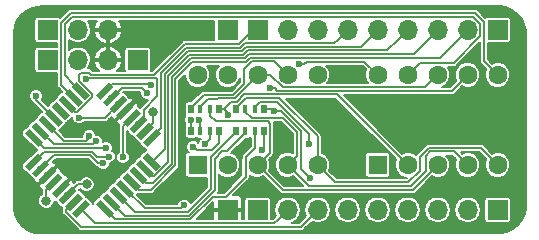
<source format=gbr>
G04 #@! TF.GenerationSoftware,KiCad,Pcbnew,(5.0.0)*
G04 #@! TF.CreationDate,2019-08-19T15:41:53-04:00*
G04 #@! TF.ProjectId,7segment,377365676D656E742E6B696361645F70,B*
G04 #@! TF.SameCoordinates,Original*
G04 #@! TF.FileFunction,Copper,L1,Top,Signal*
G04 #@! TF.FilePolarity,Positive*
%FSLAX46Y46*%
G04 Gerber Fmt 4.6, Leading zero omitted, Abs format (unit mm)*
G04 Created by KiCad (PCBNEW (5.0.0)) date 08/19/19 15:41:53*
%MOMM*%
%LPD*%
G01*
G04 APERTURE LIST*
G04 #@! TA.AperFunction,ComponentPad*
%ADD10C,1.600000*%
G04 #@! TD*
G04 #@! TA.AperFunction,ComponentPad*
%ADD11R,1.600000X1.600000*%
G04 #@! TD*
G04 #@! TA.AperFunction,ComponentPad*
%ADD12R,1.700000X1.700000*%
G04 #@! TD*
G04 #@! TA.AperFunction,ComponentPad*
%ADD13O,1.700000X1.700000*%
G04 #@! TD*
G04 #@! TA.AperFunction,SMDPad,CuDef*
%ADD14R,0.500000X0.800000*%
G04 #@! TD*
G04 #@! TA.AperFunction,SMDPad,CuDef*
%ADD15R,0.400000X0.800000*%
G04 #@! TD*
G04 #@! TA.AperFunction,SMDPad,CuDef*
%ADD16C,0.550000*%
G04 #@! TD*
G04 #@! TA.AperFunction,Conductor*
%ADD17C,0.100000*%
G04 #@! TD*
G04 #@! TA.AperFunction,ViaPad*
%ADD18C,0.800000*%
G04 #@! TD*
G04 #@! TA.AperFunction,ViaPad*
%ADD19C,0.600000*%
G04 #@! TD*
G04 #@! TA.AperFunction,Conductor*
%ADD20C,0.200000*%
G04 #@! TD*
G04 #@! TA.AperFunction,Conductor*
%ADD21C,0.150000*%
G04 #@! TD*
G04 APERTURE END LIST*
D10*
G04 #@! TO.P,U1,10*
G04 #@! TO.N,SEG_F*
X76200000Y-41910000D03*
G04 #@! TO.P,U1,9*
G04 #@! TO.N,D0*
X78740000Y-41910000D03*
G04 #@! TO.P,U1,8*
G04 #@! TO.N,SEG_B*
X81280000Y-41910000D03*
G04 #@! TO.P,U1,7*
G04 #@! TO.N,SEG_A*
X83820000Y-41910000D03*
G04 #@! TO.P,U1,6*
G04 #@! TO.N,D1*
X86360000Y-41910000D03*
G04 #@! TO.P,U1,5*
G04 #@! TO.N,SEG_DP*
X86360000Y-49530000D03*
G04 #@! TO.P,U1,4*
G04 #@! TO.N,SEG_G*
X83820000Y-49530000D03*
G04 #@! TO.P,U1,3*
G04 #@! TO.N,SEG_C*
X81280000Y-49530000D03*
G04 #@! TO.P,U1,2*
G04 #@! TO.N,SEG_D*
X78740000Y-49530000D03*
D11*
G04 #@! TO.P,U1,1*
G04 #@! TO.N,SEG_E*
X76200000Y-49530000D03*
G04 #@! TD*
D12*
G04 #@! TO.P,J5,1*
G04 #@! TO.N,~RESET*
X71120000Y-40640000D03*
G04 #@! TD*
G04 #@! TO.P,JP2,1*
G04 #@! TO.N,VCC*
X63500000Y-40640000D03*
D13*
G04 #@! TO.P,JP2,2*
G04 #@! TO.N,SEL_LATCHMODE*
X66040000Y-40640000D03*
G04 #@! TO.P,JP2,3*
G04 #@! TO.N,GND*
X68580000Y-40640000D03*
G04 #@! TD*
D14*
G04 #@! TO.P,RN1,1*
G04 #@! TO.N,Net-(RN1-Pad1)*
X75635000Y-46620000D03*
D15*
G04 #@! TO.P,RN1,3*
G04 #@! TO.N,Net-(RN1-Pad3)*
X77235000Y-46620000D03*
G04 #@! TO.P,RN1,2*
G04 #@! TO.N,Net-(RN1-Pad2)*
X76435000Y-46620000D03*
D14*
G04 #@! TO.P,RN1,4*
G04 #@! TO.N,Net-(RN1-Pad4)*
X78035000Y-46620000D03*
D15*
G04 #@! TO.P,RN1,7*
G04 #@! TO.N,SEG_B*
X76435000Y-44820000D03*
D14*
G04 #@! TO.P,RN1,8*
G04 #@! TO.N,SEG_A*
X75635000Y-44820000D03*
D15*
G04 #@! TO.P,RN1,6*
G04 #@! TO.N,SEG_C*
X77235000Y-44820000D03*
D14*
G04 #@! TO.P,RN1,5*
G04 #@! TO.N,SEG_D*
X78035000Y-44820000D03*
G04 #@! TD*
D12*
G04 #@! TO.P,J6,1*
G04 #@! TO.N,Net-(J6-Pad1)*
X81280000Y-38100000D03*
G04 #@! TD*
G04 #@! TO.P,J7,1*
G04 #@! TO.N,Net-(J6-Pad1)*
X81280000Y-53340000D03*
G04 #@! TD*
G04 #@! TO.P,J4,1*
G04 #@! TO.N,/IN0*
X101600000Y-53340000D03*
D13*
G04 #@! TO.P,J4,2*
G04 #@! TO.N,/IN1*
X99060000Y-53340000D03*
G04 #@! TO.P,J4,3*
G04 #@! TO.N,/IN2*
X96520000Y-53340000D03*
G04 #@! TO.P,J4,4*
G04 #@! TO.N,MOSI*
X93980000Y-53340000D03*
G04 #@! TO.P,J4,5*
G04 #@! TO.N,MISO*
X91440000Y-53340000D03*
G04 #@! TO.P,J4,6*
G04 #@! TO.N,SCK*
X88900000Y-53340000D03*
G04 #@! TO.P,J4,7*
G04 #@! TO.N,/IN6*
X86360000Y-53340000D03*
G04 #@! TO.P,J4,8*
G04 #@! TO.N,/IN7*
X83820000Y-53340000D03*
G04 #@! TD*
D12*
G04 #@! TO.P,J3,1*
G04 #@! TO.N,GND*
X78740000Y-53340000D03*
G04 #@! TD*
G04 #@! TO.P,J1,1*
G04 #@! TO.N,/VIN*
X78740000Y-38100000D03*
G04 #@! TD*
D14*
G04 #@! TO.P,RN2,5*
G04 #@! TO.N,Net-(RN2-Pad5)*
X79445000Y-46620000D03*
D15*
G04 #@! TO.P,RN2,6*
G04 #@! TO.N,Net-(RN2-Pad6)*
X80245000Y-46620000D03*
D14*
G04 #@! TO.P,RN2,8*
G04 #@! TO.N,Net-(RN2-Pad8)*
X81845000Y-46620000D03*
D15*
G04 #@! TO.P,RN2,7*
G04 #@! TO.N,Net-(RN2-Pad7)*
X81045000Y-46620000D03*
D14*
G04 #@! TO.P,RN2,4*
G04 #@! TO.N,SEG_DP*
X79445000Y-44820000D03*
D15*
G04 #@! TO.P,RN2,2*
G04 #@! TO.N,SEG_F*
X81045000Y-44820000D03*
G04 #@! TO.P,RN2,3*
G04 #@! TO.N,SEG_G*
X80245000Y-44820000D03*
D14*
G04 #@! TO.P,RN2,1*
G04 #@! TO.N,SEG_E*
X81845000Y-44820000D03*
G04 #@! TD*
D16*
G04 #@! TO.P,U2,1*
G04 #@! TO.N,Net-(RN1-Pad4)*
X62324897Y-49285305D03*
D17*
G04 #@! TD*
G04 #@! TO.N,Net-(RN1-Pad4)*
G04 #@! TO.C,U2*
G36*
X61953666Y-50045445D02*
X61564757Y-49656536D01*
X62696128Y-48525165D01*
X63085037Y-48914074D01*
X61953666Y-50045445D01*
X61953666Y-50045445D01*
G37*
D16*
G04 #@! TO.P,U2,2*
G04 #@! TO.N,Net-(RN2-Pad8)*
X62890583Y-49850990D03*
D17*
G04 #@! TD*
G04 #@! TO.N,Net-(RN2-Pad8)*
G04 #@! TO.C,U2*
G36*
X62519352Y-50611130D02*
X62130443Y-50222221D01*
X63261814Y-49090850D01*
X63650723Y-49479759D01*
X62519352Y-50611130D01*
X62519352Y-50611130D01*
G37*
D16*
G04 #@! TO.P,U2,3*
G04 #@! TO.N,GND*
X63456268Y-50416676D03*
D17*
G04 #@! TD*
G04 #@! TO.N,GND*
G04 #@! TO.C,U2*
G36*
X63085037Y-51176816D02*
X62696128Y-50787907D01*
X63827499Y-49656536D01*
X64216408Y-50045445D01*
X63085037Y-51176816D01*
X63085037Y-51176816D01*
G37*
D16*
G04 #@! TO.P,U2,4*
G04 #@! TO.N,VCC*
X64021953Y-50982361D03*
D17*
G04 #@! TD*
G04 #@! TO.N,VCC*
G04 #@! TO.C,U2*
G36*
X63650722Y-51742501D02*
X63261813Y-51353592D01*
X64393184Y-50222221D01*
X64782093Y-50611130D01*
X63650722Y-51742501D01*
X63650722Y-51742501D01*
G37*
D16*
G04 #@! TO.P,U2,5*
G04 #@! TO.N,GND*
X64587639Y-51548047D03*
D17*
G04 #@! TD*
G04 #@! TO.N,GND*
G04 #@! TO.C,U2*
G36*
X64216408Y-52308187D02*
X63827499Y-51919278D01*
X64958870Y-50787907D01*
X65347779Y-51176816D01*
X64216408Y-52308187D01*
X64216408Y-52308187D01*
G37*
D16*
G04 #@! TO.P,U2,6*
G04 #@! TO.N,VCC*
X65153324Y-52113732D03*
D17*
G04 #@! TD*
G04 #@! TO.N,VCC*
G04 #@! TO.C,U2*
G36*
X64782093Y-52873872D02*
X64393184Y-52484963D01*
X65524555Y-51353592D01*
X65913464Y-51742501D01*
X64782093Y-52873872D01*
X64782093Y-52873872D01*
G37*
D16*
G04 #@! TO.P,U2,7*
G04 #@! TO.N,/IN6*
X65719010Y-52679417D03*
D17*
G04 #@! TD*
G04 #@! TO.N,/IN6*
G04 #@! TO.C,U2*
G36*
X65347779Y-53439557D02*
X64958870Y-53050648D01*
X66090241Y-51919277D01*
X66479150Y-52308186D01*
X65347779Y-53439557D01*
X65347779Y-53439557D01*
G37*
D16*
G04 #@! TO.P,U2,8*
G04 #@! TO.N,/IN7*
X66284695Y-53245103D03*
D17*
G04 #@! TD*
G04 #@! TO.N,/IN7*
G04 #@! TO.C,U2*
G36*
X65913464Y-54005243D02*
X65524555Y-53616334D01*
X66655926Y-52484963D01*
X67044835Y-52873872D01*
X65913464Y-54005243D01*
X65913464Y-54005243D01*
G37*
D16*
G04 #@! TO.P,U2,9*
G04 #@! TO.N,Net-(RN2-Pad7)*
X68335305Y-53245103D03*
D17*
G04 #@! TD*
G04 #@! TO.N,Net-(RN2-Pad7)*
G04 #@! TO.C,U2*
G36*
X69095445Y-53616334D02*
X68706536Y-54005243D01*
X67575165Y-52873872D01*
X67964074Y-52484963D01*
X69095445Y-53616334D01*
X69095445Y-53616334D01*
G37*
D16*
G04 #@! TO.P,U2,10*
G04 #@! TO.N,Net-(RN2-Pad6)*
X68900990Y-52679417D03*
D17*
G04 #@! TD*
G04 #@! TO.N,Net-(RN2-Pad6)*
G04 #@! TO.C,U2*
G36*
X69661130Y-53050648D02*
X69272221Y-53439557D01*
X68140850Y-52308186D01*
X68529759Y-51919277D01*
X69661130Y-53050648D01*
X69661130Y-53050648D01*
G37*
D16*
G04 #@! TO.P,U2,11*
G04 #@! TO.N,Net-(RN2-Pad5)*
X69466676Y-52113732D03*
D17*
G04 #@! TD*
G04 #@! TO.N,Net-(RN2-Pad5)*
G04 #@! TO.C,U2*
G36*
X70226816Y-52484963D02*
X69837907Y-52873872D01*
X68706536Y-51742501D01*
X69095445Y-51353592D01*
X70226816Y-52484963D01*
X70226816Y-52484963D01*
G37*
D16*
G04 #@! TO.P,U2,12*
G04 #@! TO.N,/IN0*
X70032361Y-51548047D03*
D17*
G04 #@! TD*
G04 #@! TO.N,/IN0*
G04 #@! TO.C,U2*
G36*
X70792501Y-51919278D02*
X70403592Y-52308187D01*
X69272221Y-51176816D01*
X69661130Y-50787907D01*
X70792501Y-51919278D01*
X70792501Y-51919278D01*
G37*
D16*
G04 #@! TO.P,U2,13*
G04 #@! TO.N,/IN1*
X70598047Y-50982361D03*
D17*
G04 #@! TD*
G04 #@! TO.N,/IN1*
G04 #@! TO.C,U2*
G36*
X71358187Y-51353592D02*
X70969278Y-51742501D01*
X69837907Y-50611130D01*
X70226816Y-50222221D01*
X71358187Y-51353592D01*
X71358187Y-51353592D01*
G37*
D16*
G04 #@! TO.P,U2,14*
G04 #@! TO.N,/IN2*
X71163732Y-50416676D03*
D17*
G04 #@! TD*
G04 #@! TO.N,/IN2*
G04 #@! TO.C,U2*
G36*
X71923872Y-50787907D02*
X71534963Y-51176816D01*
X70403592Y-50045445D01*
X70792501Y-49656536D01*
X71923872Y-50787907D01*
X71923872Y-50787907D01*
G37*
D16*
G04 #@! TO.P,U2,15*
G04 #@! TO.N,MOSI*
X71729417Y-49850990D03*
D17*
G04 #@! TD*
G04 #@! TO.N,MOSI*
G04 #@! TO.C,U2*
G36*
X72489557Y-50222221D02*
X72100648Y-50611130D01*
X70969277Y-49479759D01*
X71358186Y-49090850D01*
X72489557Y-50222221D01*
X72489557Y-50222221D01*
G37*
D16*
G04 #@! TO.P,U2,16*
G04 #@! TO.N,MISO*
X72295103Y-49285305D03*
D17*
G04 #@! TD*
G04 #@! TO.N,MISO*
G04 #@! TO.C,U2*
G36*
X73055243Y-49656536D02*
X72666334Y-50045445D01*
X71534963Y-48914074D01*
X71923872Y-48525165D01*
X73055243Y-49656536D01*
X73055243Y-49656536D01*
G37*
D16*
G04 #@! TO.P,U2,17*
G04 #@! TO.N,SCK*
X72295103Y-47234695D03*
D17*
G04 #@! TD*
G04 #@! TO.N,SCK*
G04 #@! TO.C,U2*
G36*
X71923872Y-47994835D02*
X71534963Y-47605926D01*
X72666334Y-46474555D01*
X73055243Y-46863464D01*
X71923872Y-47994835D01*
X71923872Y-47994835D01*
G37*
D16*
G04 #@! TO.P,U2,18*
G04 #@! TO.N,VCC*
X71729417Y-46669010D03*
D17*
G04 #@! TD*
G04 #@! TO.N,VCC*
G04 #@! TO.C,U2*
G36*
X71358186Y-47429150D02*
X70969277Y-47040241D01*
X72100648Y-45908870D01*
X72489557Y-46297779D01*
X71358186Y-47429150D01*
X71358186Y-47429150D01*
G37*
D16*
G04 #@! TO.P,U2,19*
G04 #@! TO.N,SEL_NUMBERBASE*
X71163732Y-46103324D03*
D17*
G04 #@! TD*
G04 #@! TO.N,SEL_NUMBERBASE*
G04 #@! TO.C,U2*
G36*
X70792501Y-46863464D02*
X70403592Y-46474555D01*
X71534963Y-45343184D01*
X71923872Y-45732093D01*
X70792501Y-46863464D01*
X70792501Y-46863464D01*
G37*
D16*
G04 #@! TO.P,U2,20*
G04 #@! TO.N,Net-(C3-Pad2)*
X70598047Y-45537639D03*
D17*
G04 #@! TD*
G04 #@! TO.N,Net-(C3-Pad2)*
G04 #@! TO.C,U2*
G36*
X70226816Y-46297779D02*
X69837907Y-45908870D01*
X70969278Y-44777499D01*
X71358187Y-45166408D01*
X70226816Y-46297779D01*
X70226816Y-46297779D01*
G37*
D16*
G04 #@! TO.P,U2,21*
G04 #@! TO.N,GND*
X70032361Y-44971953D03*
D17*
G04 #@! TD*
G04 #@! TO.N,GND*
G04 #@! TO.C,U2*
G36*
X69661130Y-45732093D02*
X69272221Y-45343184D01*
X70403592Y-44211813D01*
X70792501Y-44600722D01*
X69661130Y-45732093D01*
X69661130Y-45732093D01*
G37*
D16*
G04 #@! TO.P,U2,22*
G04 #@! TO.N,SEL_LATCHMODE*
X69466676Y-44406268D03*
D17*
G04 #@! TD*
G04 #@! TO.N,SEL_LATCHMODE*
G04 #@! TO.C,U2*
G36*
X69095445Y-45166408D02*
X68706536Y-44777499D01*
X69837907Y-43646128D01*
X70226816Y-44035037D01*
X69095445Y-45166408D01*
X69095445Y-45166408D01*
G37*
D16*
G04 #@! TO.P,U2,23*
G04 #@! TO.N,D0*
X68900990Y-43840583D03*
D17*
G04 #@! TD*
G04 #@! TO.N,D0*
G04 #@! TO.C,U2*
G36*
X68529759Y-44600723D02*
X68140850Y-44211814D01*
X69272221Y-43080443D01*
X69661130Y-43469352D01*
X68529759Y-44600723D01*
X68529759Y-44600723D01*
G37*
D16*
G04 #@! TO.P,U2,24*
G04 #@! TO.N,D1*
X68335305Y-43274897D03*
D17*
G04 #@! TD*
G04 #@! TO.N,D1*
G04 #@! TO.C,U2*
G36*
X67964074Y-44035037D02*
X67575165Y-43646128D01*
X68706536Y-42514757D01*
X69095445Y-42903666D01*
X67964074Y-44035037D01*
X67964074Y-44035037D01*
G37*
D16*
G04 #@! TO.P,U2,25*
G04 #@! TO.N,D2*
X66284695Y-43274897D03*
D17*
G04 #@! TD*
G04 #@! TO.N,D2*
G04 #@! TO.C,U2*
G36*
X67044835Y-43646128D02*
X66655926Y-44035037D01*
X65524555Y-42903666D01*
X65913464Y-42514757D01*
X67044835Y-43646128D01*
X67044835Y-43646128D01*
G37*
D16*
G04 #@! TO.P,U2,26*
G04 #@! TO.N,D3*
X65719010Y-43840583D03*
D17*
G04 #@! TD*
G04 #@! TO.N,D3*
G04 #@! TO.C,U2*
G36*
X66479150Y-44211814D02*
X66090241Y-44600723D01*
X64958870Y-43469352D01*
X65347779Y-43080443D01*
X66479150Y-44211814D01*
X66479150Y-44211814D01*
G37*
D16*
G04 #@! TO.P,U2,27*
G04 #@! TO.N,Net-(J6-Pad1)*
X65153324Y-44406268D03*
D17*
G04 #@! TD*
G04 #@! TO.N,Net-(J6-Pad1)*
G04 #@! TO.C,U2*
G36*
X65913464Y-44777499D02*
X65524555Y-45166408D01*
X64393184Y-44035037D01*
X64782093Y-43646128D01*
X65913464Y-44777499D01*
X65913464Y-44777499D01*
G37*
D16*
G04 #@! TO.P,U2,28*
G04 #@! TO.N,Net-(U2-Pad28)*
X64587639Y-44971953D03*
D17*
G04 #@! TD*
G04 #@! TO.N,Net-(U2-Pad28)*
G04 #@! TO.C,U2*
G36*
X65347779Y-45343184D02*
X64958870Y-45732093D01*
X63827499Y-44600722D01*
X64216408Y-44211813D01*
X65347779Y-45343184D01*
X65347779Y-45343184D01*
G37*
D16*
G04 #@! TO.P,U2,29*
G04 #@! TO.N,~RESET*
X64021953Y-45537639D03*
D17*
G04 #@! TD*
G04 #@! TO.N,~RESET*
G04 #@! TO.C,U2*
G36*
X64782093Y-45908870D02*
X64393184Y-46297779D01*
X63261813Y-45166408D01*
X63650722Y-44777499D01*
X64782093Y-45908870D01*
X64782093Y-45908870D01*
G37*
D16*
G04 #@! TO.P,U2,30*
G04 #@! TO.N,Net-(RN1-Pad1)*
X63456268Y-46103324D03*
D17*
G04 #@! TD*
G04 #@! TO.N,Net-(RN1-Pad1)*
G04 #@! TO.C,U2*
G36*
X64216408Y-46474555D02*
X63827499Y-46863464D01*
X62696128Y-45732093D01*
X63085037Y-45343184D01*
X64216408Y-46474555D01*
X64216408Y-46474555D01*
G37*
D16*
G04 #@! TO.P,U2,31*
G04 #@! TO.N,Net-(RN1-Pad2)*
X62890583Y-46669010D03*
D17*
G04 #@! TD*
G04 #@! TO.N,Net-(RN1-Pad2)*
G04 #@! TO.C,U2*
G36*
X63650723Y-47040241D02*
X63261814Y-47429150D01*
X62130443Y-46297779D01*
X62519352Y-45908870D01*
X63650723Y-47040241D01*
X63650723Y-47040241D01*
G37*
D16*
G04 #@! TO.P,U2,32*
G04 #@! TO.N,Net-(RN1-Pad3)*
X62324897Y-47234695D03*
D17*
G04 #@! TD*
G04 #@! TO.N,Net-(RN1-Pad3)*
G04 #@! TO.C,U2*
G36*
X63085037Y-47605926D02*
X62696128Y-47994835D01*
X61564757Y-46863464D01*
X61953666Y-46474555D01*
X63085037Y-47605926D01*
X63085037Y-47605926D01*
G37*
D12*
G04 #@! TO.P,J2,1*
G04 #@! TO.N,/IN0*
X101600000Y-38100000D03*
D13*
G04 #@! TO.P,J2,2*
G04 #@! TO.N,/IN1*
X99060000Y-38100000D03*
G04 #@! TO.P,J2,3*
G04 #@! TO.N,/IN2*
X96520000Y-38100000D03*
G04 #@! TO.P,J2,4*
G04 #@! TO.N,MOSI*
X93980000Y-38100000D03*
G04 #@! TO.P,J2,5*
G04 #@! TO.N,MISO*
X91440000Y-38100000D03*
G04 #@! TO.P,J2,6*
G04 #@! TO.N,SCK*
X88900000Y-38100000D03*
G04 #@! TO.P,J2,7*
G04 #@! TO.N,/IN6*
X86360000Y-38100000D03*
G04 #@! TO.P,J2,8*
G04 #@! TO.N,/IN7*
X83820000Y-38100000D03*
G04 #@! TD*
D12*
G04 #@! TO.P,JP1,1*
G04 #@! TO.N,VCC*
X63500000Y-38100000D03*
D13*
G04 #@! TO.P,JP1,2*
G04 #@! TO.N,SEL_NUMBERBASE*
X66040000Y-38100000D03*
G04 #@! TO.P,JP1,3*
G04 #@! TO.N,GND*
X68580000Y-38100000D03*
G04 #@! TD*
D11*
G04 #@! TO.P,U3,1*
G04 #@! TO.N,SEG_E*
X91440000Y-49530000D03*
D10*
G04 #@! TO.P,U3,2*
G04 #@! TO.N,SEG_D*
X93980000Y-49530000D03*
G04 #@! TO.P,U3,3*
G04 #@! TO.N,SEG_C*
X96520000Y-49530000D03*
G04 #@! TO.P,U3,4*
G04 #@! TO.N,SEG_G*
X99060000Y-49530000D03*
G04 #@! TO.P,U3,5*
G04 #@! TO.N,SEG_DP*
X101600000Y-49530000D03*
G04 #@! TO.P,U3,6*
G04 #@! TO.N,D3*
X101600000Y-41910000D03*
G04 #@! TO.P,U3,7*
G04 #@! TO.N,SEG_A*
X99060000Y-41910000D03*
G04 #@! TO.P,U3,8*
G04 #@! TO.N,SEG_B*
X96520000Y-41910000D03*
G04 #@! TO.P,U3,9*
G04 #@! TO.N,D2*
X93980000Y-41910000D03*
G04 #@! TO.P,U3,10*
G04 #@! TO.N,SEG_F*
X91440000Y-41910000D03*
G04 #@! TD*
D18*
G04 #@! TO.N,VCC*
X66802000Y-51181000D03*
X63373000Y-52578000D03*
X72434551Y-45042559D03*
G04 #@! TO.N,GND*
X61914010Y-48260000D03*
X68199000Y-51244500D03*
X71130207Y-43885954D03*
D19*
X88392000Y-49657000D03*
X83947000Y-51054000D03*
X80010000Y-48006000D03*
X89281000Y-41783000D03*
X86995000Y-44894500D03*
X93535500Y-47371000D03*
X96266000Y-45910500D03*
X81280000Y-51435000D03*
X74246656Y-50993344D03*
G04 #@! TO.N,/IN0*
X75057000Y-52958996D03*
G04 #@! TO.N,~RESET*
X62512510Y-43688000D03*
G04 #@! TO.N,Net-(RN1-Pad1)*
X75593043Y-45720000D03*
X67021010Y-47082010D03*
G04 #@! TO.N,Net-(RN1-Pad3)*
X76835000Y-47752000D03*
X68444556Y-48105627D03*
G04 #@! TO.N,Net-(RN1-Pad2)*
X76343056Y-45720000D03*
X67614182Y-47540992D03*
G04 #@! TO.N,Net-(RN1-Pad4)*
X68671448Y-48820496D03*
X75819000Y-48006000D03*
G04 #@! TO.N,Net-(RN2-Pad8)*
X68199000Y-49403000D03*
X81661000Y-48260000D03*
G04 #@! TO.N,D0*
X71909766Y-43436166D03*
G04 #@! TO.N,D1*
X72269935Y-42778294D03*
G04 #@! TO.N,SEG_D*
X78740000Y-45321990D03*
G04 #@! TO.N,SEG_E*
X82677000Y-44958000D03*
X85729744Y-50655990D03*
G04 #@! TO.N,SEG_F*
X84772500Y-41021002D03*
X85598000Y-47752000D03*
G04 #@! TO.N,SEG_A*
X82296000Y-43036000D03*
G04 #@! TO.N,SEL_LATCHMODE*
X66167000Y-45529500D03*
G04 #@! TO.N,SEL_NUMBERBASE*
X66712724Y-42253284D03*
G04 #@! TO.N,Net-(C3-Pad2)*
X69871459Y-48895000D03*
G04 #@! TD*
D20*
G04 #@! TO.N,VCC*
X65153324Y-52113732D02*
X66086056Y-51181000D01*
X66086056Y-51181000D02*
X66802000Y-51181000D01*
X64021953Y-50982361D02*
X63373000Y-51631314D01*
X63373000Y-51631314D02*
X63373000Y-52578000D01*
X72434551Y-45608244D02*
X72434551Y-45042559D01*
X72434551Y-45963876D02*
X72434551Y-45608244D01*
X71729417Y-46669010D02*
X72434551Y-45963876D01*
G04 #@! TO.N,GND*
X62819873Y-51053071D02*
X62537013Y-51053071D01*
X61264747Y-49780805D02*
X61264747Y-48909263D01*
X63456268Y-50416676D02*
X62819873Y-51053071D01*
X61264747Y-48909263D02*
X61914010Y-48260000D01*
X62537013Y-51053071D02*
X61264747Y-49780805D01*
X65654687Y-50480999D02*
X67435499Y-50480999D01*
X69271449Y-50172051D02*
X68199000Y-51244500D01*
X67435499Y-50480999D02*
X67799001Y-50844501D01*
X70032361Y-44971953D02*
X69271449Y-45732865D01*
X69271449Y-45732865D02*
X69271449Y-50172051D01*
X67799001Y-50844501D02*
X68199000Y-51244500D01*
X64587639Y-51548047D02*
X65654687Y-50480999D01*
X70032361Y-44971953D02*
X71118360Y-43885954D01*
X71118360Y-43885954D02*
X71130207Y-43885954D01*
X66103500Y-49149000D02*
X67799001Y-50844501D01*
X63456268Y-50416676D02*
X64723944Y-49149000D01*
X64723944Y-49149000D02*
X66103500Y-49149000D01*
D21*
G04 #@! TO.N,/IN0*
X74802996Y-53213000D02*
X75057000Y-52958996D01*
X70032361Y-51548047D02*
X71697314Y-53213000D01*
X71697314Y-53213000D02*
X74802996Y-53213000D01*
G04 #@! TO.N,/IN1*
X96710500Y-40449500D02*
X98210001Y-38949999D01*
X70598047Y-50982361D02*
X71234442Y-51618756D01*
X74309597Y-49568951D02*
X74309597Y-42238793D01*
X74309597Y-42238793D02*
X75735380Y-40813010D01*
X71234442Y-51618756D02*
X72259792Y-51618756D01*
X72259792Y-51618756D02*
X74309597Y-49568951D01*
X98210001Y-38949999D02*
X99060000Y-38100000D01*
X75735380Y-40813010D02*
X80301712Y-40813010D01*
X80665222Y-40449500D02*
X96710500Y-40449500D01*
X80301712Y-40813010D02*
X80665222Y-40449500D01*
G04 #@! TO.N,/IN2*
X95670001Y-38949999D02*
X96520000Y-38100000D01*
X72401199Y-51053071D02*
X74009586Y-49444684D01*
X94494970Y-40125030D02*
X95670001Y-38949999D01*
X74009586Y-49444684D02*
X74009586Y-42114525D01*
X71163732Y-50416676D02*
X71800127Y-51053071D01*
X74009586Y-42114525D02*
X75611112Y-40512999D01*
X71800127Y-51053071D02*
X72401199Y-51053071D01*
X75611112Y-40512999D02*
X80177444Y-40512999D01*
X80565413Y-40125030D02*
X94494970Y-40125030D01*
X80177444Y-40512999D02*
X80565413Y-40125030D01*
G04 #@! TO.N,/IN6*
X65082615Y-53315812D02*
X65082615Y-53492607D01*
X65719010Y-52679417D02*
X65082615Y-53315812D01*
X85510001Y-54189999D02*
X86360000Y-53340000D01*
X65082615Y-53492607D02*
X66355019Y-54765011D01*
X66355019Y-54765011D02*
X84934989Y-54765011D01*
X84934989Y-54765011D02*
X85510001Y-54189999D01*
G04 #@! TO.N,/IN7*
X82970001Y-54189999D02*
X83820000Y-53340000D01*
X82695000Y-54465000D02*
X82970001Y-54189999D01*
X66284695Y-53245103D02*
X67504593Y-54465000D01*
X67504593Y-54465000D02*
X82695000Y-54465000D01*
G04 #@! TO.N,~RESET*
X64021953Y-45537639D02*
X62512510Y-44028196D01*
X62512510Y-44028196D02*
X62512510Y-43688000D01*
G04 #@! TO.N,Net-(RN1-Pad1)*
X75635000Y-45761957D02*
X75593043Y-45720000D01*
X75635000Y-46620000D02*
X75635000Y-45761957D01*
X67021010Y-47215490D02*
X67021010Y-47082010D01*
X66738500Y-47498000D02*
X67021010Y-47215490D01*
X63456268Y-46103324D02*
X64850944Y-47498000D01*
X64850944Y-47498000D02*
X66738500Y-47498000D01*
G04 #@! TO.N,Net-(RN1-Pad3)*
X77235000Y-47352000D02*
X76835000Y-47752000D01*
X77235000Y-46620000D02*
X77235000Y-47352000D01*
X68012687Y-48098022D02*
X68020292Y-48105627D01*
X62324897Y-47234695D02*
X63188224Y-48098022D01*
X63188224Y-48098022D02*
X68012687Y-48098022D01*
X68020292Y-48105627D02*
X68444556Y-48105627D01*
G04 #@! TO.N,Net-(RN1-Pad2)*
X76435000Y-46620000D02*
X76435000Y-45811944D01*
X76435000Y-45811944D02*
X76343056Y-45720000D01*
X67357163Y-47798011D02*
X67614182Y-47540992D01*
X64019584Y-47798011D02*
X67357163Y-47798011D01*
X62890583Y-46669010D02*
X64019584Y-47798011D01*
G04 #@! TO.N,Net-(RN1-Pad4)*
X78035000Y-47710002D02*
X77439003Y-48305999D01*
X76118999Y-48305999D02*
X75819000Y-48006000D01*
X77439003Y-48305999D02*
X76118999Y-48305999D01*
X78035000Y-46620000D02*
X78035000Y-47710002D01*
X67689338Y-48820496D02*
X68247184Y-48820496D01*
X68247184Y-48820496D02*
X68671448Y-48820496D01*
X63212169Y-48398033D02*
X67266875Y-48398033D01*
X67266875Y-48398033D02*
X67689338Y-48820496D01*
X62324897Y-49285305D02*
X63212169Y-48398033D01*
G04 #@! TO.N,Net-(RN2-Pad5)*
X79445000Y-46620000D02*
X79445000Y-46770000D01*
X70865955Y-53513011D02*
X70103071Y-52750127D01*
X75368932Y-53513011D02*
X70865955Y-53513011D01*
X79445000Y-46770000D02*
X77343000Y-48872000D01*
X77343000Y-51538943D02*
X75368932Y-53513011D01*
X70103071Y-52750127D02*
X69466676Y-52113732D01*
X77343000Y-48872000D02*
X77343000Y-51538943D01*
G04 #@! TO.N,Net-(RN2-Pad6)*
X69537385Y-53315812D02*
X68900990Y-52679417D01*
X70069573Y-53848000D02*
X69537385Y-53315812D01*
X75458222Y-53848000D02*
X70069573Y-53848000D01*
X77643011Y-51663211D02*
X75458222Y-53848000D01*
X77643011Y-49039489D02*
X77643011Y-51663211D01*
X80245000Y-46820000D02*
X78678000Y-48387000D01*
X78295500Y-48387000D02*
X77643011Y-49039489D01*
X78678000Y-48387000D02*
X78295500Y-48387000D01*
X80245000Y-46620000D02*
X80245000Y-46820000D01*
G04 #@! TO.N,Net-(RN2-Pad8)*
X81845000Y-48076000D02*
X81661000Y-48260000D01*
X81845000Y-46620000D02*
X81845000Y-48076000D01*
X62890583Y-49850990D02*
X64043529Y-48698044D01*
X67774736Y-49403000D02*
X68199000Y-49403000D01*
X67069780Y-48698044D02*
X67774736Y-49403000D01*
X64043529Y-48698044D02*
X67069780Y-48698044D01*
G04 #@! TO.N,Net-(RN2-Pad7)*
X77515501Y-52214999D02*
X75582489Y-54148011D01*
X78595001Y-52214999D02*
X77515501Y-52214999D01*
X80254999Y-49037999D02*
X80254999Y-50555001D01*
X80264000Y-49028998D02*
X80254999Y-49037999D01*
X80264000Y-48895000D02*
X80264000Y-49028998D01*
X81045000Y-48114000D02*
X80264000Y-48895000D01*
X81045000Y-46620000D02*
X81045000Y-48114000D01*
X80254999Y-50555001D02*
X78595001Y-52214999D01*
X75582489Y-54148011D02*
X69238213Y-54148011D01*
X69238213Y-54148011D02*
X68335305Y-53245103D01*
G04 #@! TO.N,D0*
X71463100Y-42989500D02*
X71909766Y-43436166D01*
X68900990Y-43840583D02*
X69752073Y-42989500D01*
X69752073Y-42989500D02*
X71463100Y-42989500D01*
G04 #@! TO.N,D1*
X72130143Y-42638502D02*
X72269935Y-42778294D01*
X68335305Y-43274897D02*
X68971700Y-42638502D01*
X68971700Y-42638502D02*
X72130143Y-42638502D01*
G04 #@! TO.N,SEG_D*
X78740000Y-45125000D02*
X78740000Y-45321990D01*
X78035000Y-44820000D02*
X78435000Y-44820000D01*
X78435000Y-44820000D02*
X78740000Y-45125000D01*
X80129720Y-43561002D02*
X79495723Y-44194999D01*
X79060001Y-44194999D02*
X78435000Y-44820000D01*
X79495723Y-44194999D02*
X79060001Y-44194999D01*
X88011002Y-43561002D02*
X80129720Y-43561002D01*
X93980000Y-49530000D02*
X88011002Y-43561002D01*
G04 #@! TO.N,SEG_E*
X81845000Y-44820000D02*
X82539000Y-44820000D01*
X82539000Y-44820000D02*
X82677000Y-44958000D01*
X84945999Y-49872245D02*
X85729744Y-50655990D01*
X82677000Y-44958000D02*
X83228279Y-44958000D01*
X83228279Y-44958000D02*
X84945999Y-46675720D01*
X84945999Y-46675720D02*
X84945999Y-49872245D01*
G04 #@! TO.N,SEG_C*
X82320001Y-48489999D02*
X81280000Y-49530000D01*
X82127002Y-45847000D02*
X82320001Y-46039999D01*
X77712000Y-45847000D02*
X82127002Y-45847000D01*
X77235000Y-44820000D02*
X77235000Y-45370000D01*
X77235000Y-45370000D02*
X77712000Y-45847000D01*
X82320001Y-46039999D02*
X82320001Y-48489999D01*
X94395978Y-51654022D02*
X83404022Y-51654022D01*
X96520000Y-49530000D02*
X94395978Y-51654022D01*
X83404022Y-51654022D02*
X81280000Y-49530000D01*
G04 #@! TO.N,SEG_G*
X80245000Y-44820000D02*
X80245000Y-44614998D01*
X80245000Y-45020000D02*
X80245000Y-44820000D01*
X84582000Y-46736000D02*
X83392989Y-45546989D01*
X80771989Y-45546989D02*
X80245000Y-45020000D01*
X84582000Y-48768000D02*
X84582000Y-46736000D01*
X83820000Y-49530000D02*
X84582000Y-48768000D01*
X83392989Y-45546989D02*
X80771989Y-45546989D01*
X97917000Y-48387000D02*
X99060000Y-49530000D01*
X95494999Y-48777001D02*
X95885000Y-48387000D01*
X95494999Y-50047001D02*
X95494999Y-48777001D01*
X95885000Y-48387000D02*
X97917000Y-48387000D01*
X85598000Y-51308000D02*
X94234000Y-51308000D01*
X83820000Y-49530000D02*
X85598000Y-51308000D01*
X94234000Y-51308000D02*
X95494999Y-50047001D01*
G04 #@! TO.N,SEG_F*
X85433265Y-40784501D02*
X85196764Y-41021002D01*
X91440000Y-41910000D02*
X90314501Y-40784501D01*
X85196764Y-41021002D02*
X84772500Y-41021002D01*
X90314501Y-40784501D02*
X85433265Y-40784501D01*
X82889557Y-44194999D02*
X85598000Y-46903442D01*
X81470001Y-44194999D02*
X82889557Y-44194999D01*
X81045000Y-44620000D02*
X81470001Y-44194999D01*
X81045000Y-44820000D02*
X81045000Y-44620000D01*
X85598000Y-46903442D02*
X85598000Y-47752000D01*
G04 #@! TO.N,SEG_B*
X95469022Y-42960978D02*
X83413314Y-42960978D01*
X83413314Y-42960978D02*
X82362336Y-41910000D01*
X96520000Y-41910000D02*
X95469022Y-42960978D01*
X82362336Y-41910000D02*
X81280000Y-41910000D01*
X76435000Y-44620000D02*
X76435000Y-44820000D01*
X81280000Y-41953279D02*
X79338291Y-43894988D01*
X79338291Y-43894988D02*
X77900849Y-43894988D01*
X81280000Y-41910000D02*
X81280000Y-41953279D01*
X77900849Y-43894988D02*
X77853837Y-43942000D01*
X77853837Y-43942000D02*
X77113000Y-43942000D01*
X77113000Y-43942000D02*
X76435000Y-44620000D01*
G04 #@! TO.N,SEG_DP*
X79445000Y-44670000D02*
X79445000Y-44820000D01*
X86360000Y-49530000D02*
X86360000Y-47117000D01*
X83104011Y-43861011D02*
X80253989Y-43861011D01*
X86360000Y-47117000D02*
X83104011Y-43861011D01*
X80253989Y-43861011D02*
X79445000Y-44670000D01*
X101600000Y-49530000D02*
X100156989Y-48086989D01*
X94019013Y-51007989D02*
X87837989Y-51007989D01*
X87837989Y-51007989D02*
X86360000Y-49530000D01*
X95005001Y-50022001D02*
X94019013Y-51007989D01*
X95005001Y-48842721D02*
X95005001Y-50022001D01*
X95760732Y-48086989D02*
X95005001Y-48842721D01*
X100156989Y-48086989D02*
X95760732Y-48086989D01*
G04 #@! TO.N,SEG_A*
X99060000Y-41910000D02*
X97734989Y-43235011D01*
X97709011Y-43260989D02*
X99060000Y-41910000D01*
X82945253Y-43260989D02*
X97709011Y-43260989D01*
X82296000Y-43036000D02*
X82720264Y-43036000D01*
X82720264Y-43036000D02*
X82945253Y-43260989D01*
X75635000Y-44670000D02*
X75635000Y-44820000D01*
X83820000Y-41910000D02*
X82677000Y-40767000D01*
X80772000Y-40767000D02*
X80137000Y-41402000D01*
X76710023Y-43594977D02*
X75635000Y-44670000D01*
X80137000Y-41402000D02*
X80137000Y-42671999D01*
X80137000Y-42671999D02*
X79214022Y-43594977D01*
X82677000Y-40767000D02*
X80772000Y-40767000D01*
X79214022Y-43594977D02*
X76710023Y-43594977D01*
G04 #@! TO.N,MOSI*
X92254981Y-39825019D02*
X93130001Y-38949999D01*
X80441144Y-39825019D02*
X92254981Y-39825019D01*
X73709575Y-49320417D02*
X73709575Y-41990257D01*
X93130001Y-38949999D02*
X93980000Y-38100000D01*
X80053176Y-40212988D02*
X80441144Y-39825019D01*
X73709575Y-41990257D02*
X75486844Y-40212988D01*
X72542607Y-50487385D02*
X73709575Y-49320417D01*
X72365812Y-50487385D02*
X72542607Y-50487385D01*
X71729417Y-49850990D02*
X72365812Y-50487385D01*
X75486844Y-40212988D02*
X80053176Y-40212988D01*
G04 #@! TO.N,MISO*
X73409564Y-48170844D02*
X73409564Y-41865989D01*
X75362576Y-39912977D02*
X79928908Y-39912977D01*
X72295103Y-49285305D02*
X73409564Y-48170844D01*
X90014992Y-39525008D02*
X90590001Y-38949999D01*
X90590001Y-38949999D02*
X91440000Y-38100000D01*
X73409564Y-41865989D02*
X75362576Y-39912977D01*
X80316877Y-39525008D02*
X90014992Y-39525008D01*
X79928908Y-39912977D02*
X80316877Y-39525008D01*
G04 #@! TO.N,SCK*
X72295103Y-47234695D02*
X73109553Y-46420245D01*
X88050001Y-38949999D02*
X88900000Y-38100000D01*
X75238308Y-39612966D02*
X79804640Y-39612966D01*
X80192608Y-39224997D02*
X87775003Y-39224997D01*
X87775003Y-39224997D02*
X88050001Y-38949999D01*
X73109553Y-46420245D02*
X73109553Y-41741721D01*
X79804640Y-39612966D02*
X80192608Y-39224997D01*
X73109553Y-41741721D02*
X75238308Y-39612966D01*
G04 #@! TO.N,D2*
X65648300Y-42638502D02*
X66284695Y-43274897D01*
X64943011Y-41933213D02*
X65648300Y-42638502D01*
X100135001Y-38616001D02*
X100135001Y-37583999D01*
X99526001Y-36974999D02*
X65573999Y-36974999D01*
X65573999Y-36974999D02*
X64943011Y-37605987D01*
X97866003Y-40884999D02*
X100135001Y-38616001D01*
X93980000Y-41910000D02*
X95005001Y-40884999D01*
X95005001Y-40884999D02*
X97866003Y-40884999D01*
X100135001Y-37583999D02*
X99526001Y-36974999D01*
X64943011Y-37605987D02*
X64943011Y-41933213D01*
G04 #@! TO.N,D3*
X64643000Y-37481719D02*
X65449731Y-36674988D01*
X65449731Y-36674988D02*
X99650269Y-36674988D01*
X99650269Y-36674988D02*
X100435012Y-37459731D01*
X100435012Y-37459731D02*
X100435012Y-40745012D01*
X100800001Y-41110001D02*
X101600000Y-41910000D01*
X100435012Y-40745012D02*
X100800001Y-41110001D01*
X64643000Y-42764573D02*
X64643000Y-37481719D01*
X65719010Y-43840583D02*
X64643000Y-42764573D01*
G04 #@! TO.N,Net-(J6-Pad1)*
X67003023Y-41715001D02*
X67198022Y-41910000D01*
X65789719Y-45042663D02*
X65966513Y-45042663D01*
X65966513Y-45042663D02*
X67269845Y-43739331D01*
X67269845Y-43552925D02*
X66149976Y-42433056D01*
X66149976Y-42433056D02*
X66149976Y-42039020D01*
X66149983Y-41912013D02*
X66346995Y-41715001D01*
X67198022Y-41910000D02*
X72516995Y-41910000D01*
X79680371Y-39312955D02*
X80893326Y-38100000D01*
X66149976Y-42039020D02*
X66149983Y-41912013D01*
X65153324Y-44406268D02*
X65789719Y-45042663D01*
X75114040Y-39312955D02*
X79680371Y-39312955D01*
X72516995Y-41910000D02*
X75114040Y-39312955D01*
X67269845Y-43739331D02*
X67269845Y-43552925D01*
X66346995Y-41715001D02*
X67003023Y-41715001D01*
X80893326Y-38100000D02*
X81280000Y-38100000D01*
G04 #@! TO.N,SEL_LATCHMODE*
X68343444Y-45529500D02*
X66591264Y-45529500D01*
X66591264Y-45529500D02*
X66167000Y-45529500D01*
X69466676Y-44406268D02*
X68343444Y-45529500D01*
G04 #@! TO.N,SEL_NUMBERBASE*
X72794945Y-43727555D02*
X71674989Y-44847511D01*
X72794945Y-42210011D02*
X72794945Y-43727555D01*
X66755997Y-42210011D02*
X72794945Y-42210011D01*
X66712724Y-42253284D02*
X66755997Y-42210011D01*
X71674989Y-44847511D02*
X71674989Y-45592067D01*
X71674989Y-45592067D02*
X71163732Y-46103324D01*
G04 #@! TO.N,Net-(C3-Pad2)*
X70598047Y-45537639D02*
X69871459Y-46264227D01*
X69871459Y-46264227D02*
X69871459Y-48895000D01*
G04 #@! TD*
G04 #@! TO.N,GND*
G36*
X102283471Y-36186683D02*
X102804979Y-36393162D01*
X103258753Y-36722848D01*
X103616281Y-37155025D01*
X103855100Y-37662540D01*
X103962878Y-38227533D01*
X103967000Y-38358714D01*
X103967001Y-53067120D01*
X103894317Y-53642470D01*
X103687838Y-54163978D01*
X103358152Y-54617752D01*
X102925974Y-54975281D01*
X102418460Y-55214100D01*
X101853468Y-55321878D01*
X101722287Y-55326000D01*
X62883872Y-55326000D01*
X62308530Y-55253317D01*
X61787022Y-55046838D01*
X61333248Y-54717152D01*
X60975719Y-54284974D01*
X60736900Y-53777460D01*
X60629122Y-53212468D01*
X60625000Y-53081287D01*
X60625000Y-46863464D01*
X61284370Y-46863464D01*
X61305713Y-46970763D01*
X61366493Y-47061728D01*
X62497864Y-48193099D01*
X62588829Y-48253879D01*
X62619601Y-48260000D01*
X62588829Y-48266121D01*
X62497864Y-48326901D01*
X61366493Y-49458272D01*
X61305713Y-49549237D01*
X61284370Y-49656536D01*
X61305713Y-49763835D01*
X61366493Y-49854800D01*
X61755402Y-50243709D01*
X61846367Y-50304489D01*
X61867246Y-50308642D01*
X61871399Y-50329520D01*
X61932179Y-50420485D01*
X62321088Y-50809394D01*
X62321128Y-50809421D01*
X62321128Y-50862499D01*
X62378219Y-51000328D01*
X62506093Y-51128202D01*
X62638676Y-51128202D01*
X63350202Y-50416676D01*
X63336060Y-50402534D01*
X63442126Y-50296468D01*
X63456268Y-50310610D01*
X64167794Y-49599084D01*
X64167794Y-49466501D01*
X64039920Y-49338627D01*
X63939511Y-49297036D01*
X64188504Y-49048044D01*
X66924807Y-49048044D01*
X67502878Y-49626117D01*
X67522401Y-49655335D01*
X67551619Y-49674858D01*
X67551620Y-49674859D01*
X67584785Y-49697019D01*
X67638173Y-49732692D01*
X67734724Y-49751897D01*
X67873289Y-49890462D01*
X68084625Y-49978000D01*
X68313375Y-49978000D01*
X68524711Y-49890462D01*
X68686462Y-49728711D01*
X68774000Y-49517375D01*
X68774000Y-49395496D01*
X68785823Y-49395496D01*
X68997159Y-49307958D01*
X69158910Y-49146207D01*
X69246448Y-48934871D01*
X69246448Y-48706121D01*
X69158910Y-48494785D01*
X68997159Y-48333034D01*
X68976313Y-48324399D01*
X69019556Y-48220002D01*
X69019556Y-47991252D01*
X68932018Y-47779916D01*
X68770267Y-47618165D01*
X68558931Y-47530627D01*
X68330181Y-47530627D01*
X68189182Y-47589031D01*
X68189182Y-47426617D01*
X68101644Y-47215281D01*
X67939893Y-47053530D01*
X67728557Y-46965992D01*
X67595329Y-46965992D01*
X67508472Y-46756299D01*
X67346721Y-46594548D01*
X67135385Y-46507010D01*
X66906635Y-46507010D01*
X66695299Y-46594548D01*
X66533548Y-46756299D01*
X66446010Y-46967635D01*
X66446010Y-47148000D01*
X64995919Y-47148000D01*
X64457155Y-46609237D01*
X64475452Y-46581854D01*
X64479605Y-46560976D01*
X64500483Y-46556823D01*
X64591448Y-46496043D01*
X64980357Y-46107134D01*
X65041137Y-46016169D01*
X65045290Y-45995290D01*
X65066169Y-45991137D01*
X65157134Y-45930357D01*
X65546043Y-45541448D01*
X65592000Y-45472668D01*
X65592000Y-45643875D01*
X65679538Y-45855211D01*
X65841289Y-46016962D01*
X66052625Y-46104500D01*
X66281375Y-46104500D01*
X66492711Y-46016962D01*
X66630173Y-45879500D01*
X68308980Y-45879500D01*
X68343444Y-45886355D01*
X68377908Y-45879500D01*
X68377912Y-45879500D01*
X68480007Y-45859192D01*
X68595779Y-45781835D01*
X68615306Y-45752611D01*
X68912721Y-45455196D01*
X68954312Y-45555605D01*
X69082186Y-45683479D01*
X69214769Y-45683479D01*
X69926295Y-44971953D01*
X69912153Y-44957811D01*
X70018219Y-44851745D01*
X70032361Y-44865887D01*
X70743887Y-44154361D01*
X70743887Y-44021778D01*
X70616013Y-43893904D01*
X70478184Y-43836813D01*
X70425107Y-43836813D01*
X70425080Y-43836773D01*
X70036171Y-43447864D01*
X69945206Y-43387084D01*
X69924327Y-43382931D01*
X69920174Y-43362053D01*
X69905105Y-43339500D01*
X71318127Y-43339500D01*
X71334766Y-43356139D01*
X71334766Y-43550541D01*
X71422304Y-43761877D01*
X71584055Y-43923628D01*
X71795391Y-44011166D01*
X72016360Y-44011166D01*
X71451876Y-44575651D01*
X71422654Y-44595177D01*
X71345297Y-44710949D01*
X71337658Y-44749351D01*
X71167542Y-44579235D01*
X71167501Y-44579208D01*
X71167501Y-44526130D01*
X71110410Y-44388301D01*
X70982536Y-44260427D01*
X70849953Y-44260427D01*
X70138427Y-44971953D01*
X70152570Y-44986096D01*
X70046504Y-45092162D01*
X70032361Y-45078019D01*
X69320835Y-45789545D01*
X69320835Y-45922128D01*
X69448709Y-46050002D01*
X69562238Y-46097028D01*
X69541767Y-46127665D01*
X69521459Y-46229760D01*
X69521459Y-46229763D01*
X69514604Y-46264227D01*
X69521459Y-46298691D01*
X69521460Y-48431826D01*
X69383997Y-48569289D01*
X69296459Y-48780625D01*
X69296459Y-49009375D01*
X69383997Y-49220711D01*
X69545748Y-49382462D01*
X69757084Y-49470000D01*
X69985834Y-49470000D01*
X70197170Y-49382462D01*
X70358921Y-49220711D01*
X70446459Y-49009375D01*
X70446459Y-48780625D01*
X70358921Y-48569289D01*
X70221459Y-48431827D01*
X70221459Y-46688950D01*
X70594237Y-47061728D01*
X70685202Y-47122508D01*
X70706080Y-47126661D01*
X70710233Y-47147540D01*
X70771013Y-47238505D01*
X71159922Y-47627414D01*
X71250887Y-47688194D01*
X71271766Y-47692347D01*
X71275919Y-47713225D01*
X71336699Y-47804190D01*
X71725608Y-48193099D01*
X71816573Y-48253879D01*
X71847345Y-48260000D01*
X71816573Y-48266121D01*
X71725608Y-48326901D01*
X71336699Y-48715810D01*
X71275919Y-48806775D01*
X71271766Y-48827653D01*
X71250887Y-48831806D01*
X71159922Y-48892586D01*
X70771013Y-49281495D01*
X70710233Y-49372460D01*
X70706080Y-49393339D01*
X70685202Y-49397492D01*
X70594237Y-49458272D01*
X70205328Y-49847181D01*
X70144548Y-49938146D01*
X70140395Y-49959024D01*
X70119517Y-49963177D01*
X70028552Y-50023957D01*
X69639643Y-50412866D01*
X69578863Y-50503831D01*
X69574710Y-50524710D01*
X69553831Y-50528863D01*
X69462866Y-50589643D01*
X69073957Y-50978552D01*
X69013177Y-51069517D01*
X69009024Y-51090395D01*
X68988146Y-51094548D01*
X68897181Y-51155328D01*
X68508272Y-51544237D01*
X68447492Y-51635202D01*
X68443339Y-51656080D01*
X68422460Y-51660233D01*
X68331495Y-51721013D01*
X67942586Y-52109922D01*
X67881806Y-52200887D01*
X67877653Y-52221766D01*
X67856775Y-52225919D01*
X67765810Y-52286699D01*
X67376901Y-52675608D01*
X67316121Y-52766573D01*
X67310000Y-52797345D01*
X67303879Y-52766573D01*
X67243099Y-52675608D01*
X66854190Y-52286699D01*
X66763225Y-52225919D01*
X66742347Y-52221766D01*
X66738194Y-52200887D01*
X66677414Y-52109922D01*
X66288505Y-51721013D01*
X66197540Y-51660233D01*
X66176661Y-51656080D01*
X66172508Y-51635202D01*
X66168373Y-51629014D01*
X66231896Y-51565490D01*
X66419643Y-51753237D01*
X66667734Y-51856000D01*
X66936266Y-51856000D01*
X67184357Y-51753237D01*
X67374237Y-51563357D01*
X67477000Y-51315266D01*
X67477000Y-51046734D01*
X67374237Y-50798643D01*
X67184357Y-50608763D01*
X66936266Y-50506000D01*
X66667734Y-50506000D01*
X66419643Y-50608763D01*
X66229763Y-50798643D01*
X66226716Y-50806000D01*
X66122981Y-50806000D01*
X66086055Y-50798655D01*
X66049129Y-50806000D01*
X66049125Y-50806000D01*
X65939739Y-50827758D01*
X65939738Y-50827759D01*
X65939737Y-50827759D01*
X65847004Y-50889721D01*
X65847001Y-50889724D01*
X65815697Y-50910641D01*
X65794780Y-50941945D01*
X65696923Y-51039802D01*
X65665688Y-50964395D01*
X65537814Y-50836521D01*
X65405231Y-50836521D01*
X64693705Y-51548047D01*
X64707848Y-51562190D01*
X64601782Y-51668256D01*
X64587639Y-51654113D01*
X64573497Y-51668256D01*
X64467431Y-51562190D01*
X64481573Y-51548047D01*
X64467431Y-51533905D01*
X64573497Y-51427839D01*
X64587639Y-51441981D01*
X65299165Y-50730455D01*
X65299165Y-50597872D01*
X65171291Y-50469998D01*
X65033462Y-50412907D01*
X64980384Y-50412907D01*
X64980357Y-50412866D01*
X64591448Y-50023957D01*
X64591408Y-50023930D01*
X64591408Y-49970853D01*
X64534317Y-49833024D01*
X64406443Y-49705150D01*
X64273860Y-49705150D01*
X63562334Y-50416676D01*
X63576477Y-50430819D01*
X63470411Y-50536885D01*
X63456268Y-50522742D01*
X62744742Y-51234268D01*
X62744742Y-51366851D01*
X62872616Y-51494725D01*
X63006770Y-51550294D01*
X62998000Y-51594384D01*
X62998000Y-51594388D01*
X62990655Y-51631314D01*
X62998000Y-51668241D01*
X62998000Y-52002715D01*
X62990643Y-52005763D01*
X62800763Y-52195643D01*
X62698000Y-52443734D01*
X62698000Y-52712266D01*
X62800763Y-52960357D01*
X62990643Y-53150237D01*
X63238734Y-53253000D01*
X63507266Y-53253000D01*
X63755357Y-53150237D01*
X63945237Y-52960357D01*
X64048000Y-52712266D01*
X64048000Y-52644327D01*
X64141816Y-52683187D01*
X64194893Y-52683187D01*
X64194920Y-52683227D01*
X64583829Y-53072136D01*
X64674794Y-53132916D01*
X64695673Y-53137069D01*
X64699826Y-53157947D01*
X64744008Y-53224070D01*
X64732615Y-53281345D01*
X64732615Y-53281348D01*
X64725760Y-53315812D01*
X64732615Y-53350276D01*
X64732615Y-53458143D01*
X64725760Y-53492607D01*
X64732615Y-53527071D01*
X64732615Y-53527075D01*
X64752923Y-53629170D01*
X64830281Y-53744942D01*
X64859502Y-53764467D01*
X66083159Y-54988125D01*
X66102684Y-55017346D01*
X66218456Y-55094703D01*
X66320551Y-55115011D01*
X66320555Y-55115011D01*
X66355019Y-55121866D01*
X66389483Y-55115011D01*
X84900525Y-55115011D01*
X84934989Y-55121866D01*
X84969453Y-55115011D01*
X84969457Y-55115011D01*
X85071552Y-55094703D01*
X85187324Y-55017346D01*
X85206851Y-54988122D01*
X85781861Y-54413114D01*
X85781865Y-54413108D01*
X85845635Y-54349338D01*
X85921047Y-54399727D01*
X86249197Y-54465000D01*
X86470803Y-54465000D01*
X86798953Y-54399727D01*
X87171080Y-54151080D01*
X87419727Y-53778953D01*
X87507040Y-53340000D01*
X87752960Y-53340000D01*
X87840273Y-53778953D01*
X88088920Y-54151080D01*
X88461047Y-54399727D01*
X88789197Y-54465000D01*
X89010803Y-54465000D01*
X89338953Y-54399727D01*
X89711080Y-54151080D01*
X89959727Y-53778953D01*
X90047040Y-53340000D01*
X90292960Y-53340000D01*
X90380273Y-53778953D01*
X90628920Y-54151080D01*
X91001047Y-54399727D01*
X91329197Y-54465000D01*
X91550803Y-54465000D01*
X91878953Y-54399727D01*
X92251080Y-54151080D01*
X92499727Y-53778953D01*
X92587040Y-53340000D01*
X92832960Y-53340000D01*
X92920273Y-53778953D01*
X93168920Y-54151080D01*
X93541047Y-54399727D01*
X93869197Y-54465000D01*
X94090803Y-54465000D01*
X94418953Y-54399727D01*
X94791080Y-54151080D01*
X95039727Y-53778953D01*
X95127040Y-53340000D01*
X95372960Y-53340000D01*
X95460273Y-53778953D01*
X95708920Y-54151080D01*
X96081047Y-54399727D01*
X96409197Y-54465000D01*
X96630803Y-54465000D01*
X96958953Y-54399727D01*
X97331080Y-54151080D01*
X97579727Y-53778953D01*
X97667040Y-53340000D01*
X97912960Y-53340000D01*
X98000273Y-53778953D01*
X98248920Y-54151080D01*
X98621047Y-54399727D01*
X98949197Y-54465000D01*
X99170803Y-54465000D01*
X99498953Y-54399727D01*
X99871080Y-54151080D01*
X100119727Y-53778953D01*
X100207040Y-53340000D01*
X100119727Y-52901047D01*
X99871080Y-52528920D01*
X99812833Y-52490000D01*
X100469613Y-52490000D01*
X100469613Y-54190000D01*
X100490956Y-54297299D01*
X100551736Y-54388264D01*
X100642701Y-54449044D01*
X100750000Y-54470387D01*
X102450000Y-54470387D01*
X102557299Y-54449044D01*
X102648264Y-54388264D01*
X102709044Y-54297299D01*
X102730387Y-54190000D01*
X102730387Y-52490000D01*
X102709044Y-52382701D01*
X102648264Y-52291736D01*
X102557299Y-52230956D01*
X102450000Y-52209613D01*
X100750000Y-52209613D01*
X100642701Y-52230956D01*
X100551736Y-52291736D01*
X100490956Y-52382701D01*
X100469613Y-52490000D01*
X99812833Y-52490000D01*
X99498953Y-52280273D01*
X99170803Y-52215000D01*
X98949197Y-52215000D01*
X98621047Y-52280273D01*
X98248920Y-52528920D01*
X98000273Y-52901047D01*
X97912960Y-53340000D01*
X97667040Y-53340000D01*
X97579727Y-52901047D01*
X97331080Y-52528920D01*
X96958953Y-52280273D01*
X96630803Y-52215000D01*
X96409197Y-52215000D01*
X96081047Y-52280273D01*
X95708920Y-52528920D01*
X95460273Y-52901047D01*
X95372960Y-53340000D01*
X95127040Y-53340000D01*
X95039727Y-52901047D01*
X94791080Y-52528920D01*
X94418953Y-52280273D01*
X94090803Y-52215000D01*
X93869197Y-52215000D01*
X93541047Y-52280273D01*
X93168920Y-52528920D01*
X92920273Y-52901047D01*
X92832960Y-53340000D01*
X92587040Y-53340000D01*
X92499727Y-52901047D01*
X92251080Y-52528920D01*
X91878953Y-52280273D01*
X91550803Y-52215000D01*
X91329197Y-52215000D01*
X91001047Y-52280273D01*
X90628920Y-52528920D01*
X90380273Y-52901047D01*
X90292960Y-53340000D01*
X90047040Y-53340000D01*
X89959727Y-52901047D01*
X89711080Y-52528920D01*
X89338953Y-52280273D01*
X89010803Y-52215000D01*
X88789197Y-52215000D01*
X88461047Y-52280273D01*
X88088920Y-52528920D01*
X87840273Y-52901047D01*
X87752960Y-53340000D01*
X87507040Y-53340000D01*
X87419727Y-52901047D01*
X87171080Y-52528920D01*
X86798953Y-52280273D01*
X86470803Y-52215000D01*
X86249197Y-52215000D01*
X85921047Y-52280273D01*
X85548920Y-52528920D01*
X85300273Y-52901047D01*
X85212960Y-53340000D01*
X85300273Y-53778953D01*
X85350662Y-53854365D01*
X85286892Y-53918135D01*
X85286886Y-53918139D01*
X84790016Y-54415011D01*
X84182115Y-54415011D01*
X84258953Y-54399727D01*
X84631080Y-54151080D01*
X84879727Y-53778953D01*
X84967040Y-53340000D01*
X84879727Y-52901047D01*
X84631080Y-52528920D01*
X84258953Y-52280273D01*
X83930803Y-52215000D01*
X83709197Y-52215000D01*
X83381047Y-52280273D01*
X83008920Y-52528920D01*
X82760273Y-52901047D01*
X82672960Y-53340000D01*
X82760273Y-53778953D01*
X82810662Y-53854365D01*
X82746889Y-53918138D01*
X82746886Y-53918140D01*
X82550027Y-54115000D01*
X82410387Y-54115000D01*
X82410387Y-52490000D01*
X82389044Y-52382701D01*
X82328264Y-52291736D01*
X82237299Y-52230956D01*
X82130000Y-52209613D01*
X80430000Y-52209613D01*
X80322701Y-52230956D01*
X80231736Y-52291736D01*
X80170956Y-52382701D01*
X80149613Y-52490000D01*
X80149613Y-54115000D01*
X79965000Y-54115000D01*
X79965000Y-53508750D01*
X79871250Y-53415000D01*
X78815000Y-53415000D01*
X78815000Y-53435000D01*
X78665000Y-53435000D01*
X78665000Y-53415000D01*
X77608750Y-53415000D01*
X77515000Y-53508750D01*
X77515000Y-54115000D01*
X76110473Y-54115000D01*
X77515000Y-52710475D01*
X77515000Y-53171250D01*
X77608750Y-53265000D01*
X78665000Y-53265000D01*
X78665000Y-53245000D01*
X78815000Y-53245000D01*
X78815000Y-53265000D01*
X79871250Y-53265000D01*
X79965000Y-53171250D01*
X79965000Y-52415408D01*
X79907910Y-52277579D01*
X79802420Y-52172090D01*
X79664592Y-52115000D01*
X79189973Y-52115000D01*
X80478116Y-50826859D01*
X80507334Y-50807336D01*
X80526857Y-50778118D01*
X80526859Y-50778116D01*
X80584691Y-50691564D01*
X80591767Y-50655990D01*
X80604999Y-50589469D01*
X80604999Y-50589465D01*
X80611854Y-50555001D01*
X80604999Y-50520537D01*
X80604999Y-50375278D01*
X80671062Y-50441341D01*
X81066169Y-50605000D01*
X81493831Y-50605000D01*
X81752770Y-50497744D01*
X83132164Y-51877139D01*
X83151687Y-51906357D01*
X83180905Y-51925880D01*
X83180907Y-51925882D01*
X83245073Y-51968756D01*
X83267459Y-51983714D01*
X83369554Y-52004022D01*
X83369558Y-52004022D01*
X83404022Y-52010877D01*
X83438486Y-52004022D01*
X94361514Y-52004022D01*
X94395978Y-52010877D01*
X94430442Y-52004022D01*
X94430446Y-52004022D01*
X94532541Y-51983714D01*
X94648313Y-51906357D01*
X94667840Y-51877133D01*
X96047230Y-50497744D01*
X96306169Y-50605000D01*
X96733831Y-50605000D01*
X97128938Y-50441341D01*
X97431341Y-50138938D01*
X97595000Y-49743831D01*
X97595000Y-49316169D01*
X97431341Y-48921062D01*
X97247279Y-48737000D01*
X97772027Y-48737000D01*
X98092256Y-49057230D01*
X97985000Y-49316169D01*
X97985000Y-49743831D01*
X98148659Y-50138938D01*
X98451062Y-50441341D01*
X98846169Y-50605000D01*
X99273831Y-50605000D01*
X99668938Y-50441341D01*
X99971341Y-50138938D01*
X100135000Y-49743831D01*
X100135000Y-49316169D01*
X99971341Y-48921062D01*
X99668938Y-48618659D01*
X99273831Y-48455000D01*
X98846169Y-48455000D01*
X98587230Y-48562256D01*
X98461962Y-48436989D01*
X100012016Y-48436989D01*
X100632256Y-49057230D01*
X100525000Y-49316169D01*
X100525000Y-49743831D01*
X100688659Y-50138938D01*
X100991062Y-50441341D01*
X101386169Y-50605000D01*
X101813831Y-50605000D01*
X102208938Y-50441341D01*
X102511341Y-50138938D01*
X102675000Y-49743831D01*
X102675000Y-49316169D01*
X102511341Y-48921062D01*
X102208938Y-48618659D01*
X101813831Y-48455000D01*
X101386169Y-48455000D01*
X101127230Y-48562256D01*
X100428851Y-47863878D01*
X100409324Y-47834654D01*
X100293552Y-47757297D01*
X100191457Y-47736989D01*
X100191453Y-47736989D01*
X100156989Y-47730134D01*
X100122525Y-47736989D01*
X95795195Y-47736989D01*
X95760731Y-47730134D01*
X95726267Y-47736989D01*
X95726264Y-47736989D01*
X95624169Y-47757297D01*
X95508397Y-47834654D01*
X95488872Y-47863875D01*
X94781885Y-48570863D01*
X94752666Y-48590387D01*
X94733143Y-48619605D01*
X94733141Y-48619607D01*
X94698038Y-48672143D01*
X94675761Y-48705482D01*
X94588938Y-48618659D01*
X94193831Y-48455000D01*
X93766169Y-48455000D01*
X93507230Y-48562256D01*
X88555962Y-43610989D01*
X97674547Y-43610989D01*
X97709011Y-43617844D01*
X97743475Y-43610989D01*
X97743479Y-43610989D01*
X97845574Y-43590681D01*
X97961346Y-43513324D01*
X97980873Y-43484100D01*
X98292411Y-43172562D01*
X98587230Y-42877744D01*
X98846169Y-42985000D01*
X99273831Y-42985000D01*
X99668938Y-42821341D01*
X99971341Y-42518938D01*
X100135000Y-42123831D01*
X100135000Y-41696169D01*
X99971341Y-41301062D01*
X99668938Y-40998659D01*
X99273831Y-40835000D01*
X98846169Y-40835000D01*
X98451062Y-40998659D01*
X98148659Y-41301062D01*
X97985000Y-41696169D01*
X97985000Y-42123831D01*
X98092256Y-42382770D01*
X97803027Y-42672000D01*
X97564038Y-42910989D01*
X96912509Y-42910989D01*
X97128938Y-42821341D01*
X97431341Y-42518938D01*
X97595000Y-42123831D01*
X97595000Y-41696169D01*
X97431341Y-41301062D01*
X97365278Y-41234999D01*
X97831539Y-41234999D01*
X97866003Y-41241854D01*
X97900467Y-41234999D01*
X97900471Y-41234999D01*
X98002566Y-41214691D01*
X98118338Y-41137334D01*
X98137865Y-41108110D01*
X100085013Y-39160964D01*
X100085013Y-40710544D01*
X100078157Y-40745012D01*
X100105320Y-40881574D01*
X100150756Y-40949573D01*
X100182678Y-40997347D01*
X100211898Y-41016872D01*
X100576885Y-41381860D01*
X100576891Y-41381864D01*
X100632256Y-41437230D01*
X100525000Y-41696169D01*
X100525000Y-42123831D01*
X100688659Y-42518938D01*
X100991062Y-42821341D01*
X101386169Y-42985000D01*
X101813831Y-42985000D01*
X102208938Y-42821341D01*
X102511341Y-42518938D01*
X102675000Y-42123831D01*
X102675000Y-41696169D01*
X102511341Y-41301062D01*
X102208938Y-40998659D01*
X101813831Y-40835000D01*
X101386169Y-40835000D01*
X101127230Y-40942256D01*
X101071864Y-40886891D01*
X101071860Y-40886885D01*
X100785012Y-40600038D01*
X100785012Y-39230387D01*
X102450000Y-39230387D01*
X102557299Y-39209044D01*
X102648264Y-39148264D01*
X102709044Y-39057299D01*
X102730387Y-38950000D01*
X102730387Y-37250000D01*
X102709044Y-37142701D01*
X102648264Y-37051736D01*
X102557299Y-36990956D01*
X102450000Y-36969613D01*
X100750000Y-36969613D01*
X100642701Y-36990956D01*
X100551736Y-37051736D01*
X100539822Y-37069567D01*
X99922131Y-36451877D01*
X99902604Y-36422653D01*
X99786832Y-36345296D01*
X99684737Y-36324988D01*
X99684733Y-36324988D01*
X99650269Y-36318133D01*
X99615805Y-36324988D01*
X65484195Y-36324988D01*
X65449731Y-36318133D01*
X65415267Y-36324988D01*
X65415263Y-36324988D01*
X65313168Y-36345296D01*
X65197396Y-36422653D01*
X65177871Y-36451874D01*
X64560178Y-37069567D01*
X64548264Y-37051736D01*
X64457299Y-36990956D01*
X64350000Y-36969613D01*
X62650000Y-36969613D01*
X62542701Y-36990956D01*
X62451736Y-37051736D01*
X62390956Y-37142701D01*
X62369613Y-37250000D01*
X62369613Y-38950000D01*
X62390956Y-39057299D01*
X62451736Y-39148264D01*
X62542701Y-39209044D01*
X62650000Y-39230387D01*
X64293001Y-39230387D01*
X64293001Y-39509613D01*
X62650000Y-39509613D01*
X62542701Y-39530956D01*
X62451736Y-39591736D01*
X62390956Y-39682701D01*
X62369613Y-39790000D01*
X62369613Y-41490000D01*
X62390956Y-41597299D01*
X62451736Y-41688264D01*
X62542701Y-41749044D01*
X62650000Y-41770387D01*
X64293000Y-41770387D01*
X64293000Y-42730109D01*
X64286145Y-42764573D01*
X64293000Y-42799037D01*
X64293000Y-42799040D01*
X64313308Y-42901135D01*
X64390665Y-43016907D01*
X64419887Y-43036433D01*
X64718123Y-43334669D01*
X64699826Y-43362053D01*
X64695673Y-43382931D01*
X64674794Y-43387084D01*
X64583829Y-43447864D01*
X64194920Y-43836773D01*
X64134140Y-43927738D01*
X64129987Y-43948616D01*
X64109109Y-43952769D01*
X64018144Y-44013549D01*
X63629235Y-44402458D01*
X63568455Y-44493423D01*
X63564302Y-44514302D01*
X63543423Y-44518455D01*
X63516040Y-44536752D01*
X62996485Y-44017198D01*
X62999972Y-44013711D01*
X63087510Y-43802375D01*
X63087510Y-43573625D01*
X62999972Y-43362289D01*
X62838221Y-43200538D01*
X62626885Y-43113000D01*
X62398135Y-43113000D01*
X62186799Y-43200538D01*
X62025048Y-43362289D01*
X61937510Y-43573625D01*
X61937510Y-43802375D01*
X62025048Y-44013711D01*
X62186799Y-44175462D01*
X62191184Y-44177278D01*
X62260175Y-44280530D01*
X62289397Y-44300056D01*
X63021066Y-45031726D01*
X63002769Y-45059109D01*
X62998616Y-45079987D01*
X62977738Y-45084140D01*
X62886773Y-45144920D01*
X62497864Y-45533829D01*
X62437084Y-45624794D01*
X62432931Y-45645673D01*
X62412053Y-45649826D01*
X62321088Y-45710606D01*
X61932179Y-46099515D01*
X61871399Y-46190480D01*
X61867246Y-46211358D01*
X61846367Y-46215511D01*
X61755402Y-46276291D01*
X61366493Y-46665200D01*
X61305713Y-46756165D01*
X61284370Y-46863464D01*
X60625000Y-46863464D01*
X60625000Y-38372871D01*
X60697683Y-37797529D01*
X60904162Y-37276021D01*
X61233848Y-36822247D01*
X61666025Y-36464719D01*
X62173540Y-36225900D01*
X62738533Y-36118122D01*
X62869713Y-36114000D01*
X101708129Y-36114000D01*
X102283471Y-36186683D01*
X102283471Y-36186683D01*
G37*
X102283471Y-36186683D02*
X102804979Y-36393162D01*
X103258753Y-36722848D01*
X103616281Y-37155025D01*
X103855100Y-37662540D01*
X103962878Y-38227533D01*
X103967000Y-38358714D01*
X103967001Y-53067120D01*
X103894317Y-53642470D01*
X103687838Y-54163978D01*
X103358152Y-54617752D01*
X102925974Y-54975281D01*
X102418460Y-55214100D01*
X101853468Y-55321878D01*
X101722287Y-55326000D01*
X62883872Y-55326000D01*
X62308530Y-55253317D01*
X61787022Y-55046838D01*
X61333248Y-54717152D01*
X60975719Y-54284974D01*
X60736900Y-53777460D01*
X60629122Y-53212468D01*
X60625000Y-53081287D01*
X60625000Y-46863464D01*
X61284370Y-46863464D01*
X61305713Y-46970763D01*
X61366493Y-47061728D01*
X62497864Y-48193099D01*
X62588829Y-48253879D01*
X62619601Y-48260000D01*
X62588829Y-48266121D01*
X62497864Y-48326901D01*
X61366493Y-49458272D01*
X61305713Y-49549237D01*
X61284370Y-49656536D01*
X61305713Y-49763835D01*
X61366493Y-49854800D01*
X61755402Y-50243709D01*
X61846367Y-50304489D01*
X61867246Y-50308642D01*
X61871399Y-50329520D01*
X61932179Y-50420485D01*
X62321088Y-50809394D01*
X62321128Y-50809421D01*
X62321128Y-50862499D01*
X62378219Y-51000328D01*
X62506093Y-51128202D01*
X62638676Y-51128202D01*
X63350202Y-50416676D01*
X63336060Y-50402534D01*
X63442126Y-50296468D01*
X63456268Y-50310610D01*
X64167794Y-49599084D01*
X64167794Y-49466501D01*
X64039920Y-49338627D01*
X63939511Y-49297036D01*
X64188504Y-49048044D01*
X66924807Y-49048044D01*
X67502878Y-49626117D01*
X67522401Y-49655335D01*
X67551619Y-49674858D01*
X67551620Y-49674859D01*
X67584785Y-49697019D01*
X67638173Y-49732692D01*
X67734724Y-49751897D01*
X67873289Y-49890462D01*
X68084625Y-49978000D01*
X68313375Y-49978000D01*
X68524711Y-49890462D01*
X68686462Y-49728711D01*
X68774000Y-49517375D01*
X68774000Y-49395496D01*
X68785823Y-49395496D01*
X68997159Y-49307958D01*
X69158910Y-49146207D01*
X69246448Y-48934871D01*
X69246448Y-48706121D01*
X69158910Y-48494785D01*
X68997159Y-48333034D01*
X68976313Y-48324399D01*
X69019556Y-48220002D01*
X69019556Y-47991252D01*
X68932018Y-47779916D01*
X68770267Y-47618165D01*
X68558931Y-47530627D01*
X68330181Y-47530627D01*
X68189182Y-47589031D01*
X68189182Y-47426617D01*
X68101644Y-47215281D01*
X67939893Y-47053530D01*
X67728557Y-46965992D01*
X67595329Y-46965992D01*
X67508472Y-46756299D01*
X67346721Y-46594548D01*
X67135385Y-46507010D01*
X66906635Y-46507010D01*
X66695299Y-46594548D01*
X66533548Y-46756299D01*
X66446010Y-46967635D01*
X66446010Y-47148000D01*
X64995919Y-47148000D01*
X64457155Y-46609237D01*
X64475452Y-46581854D01*
X64479605Y-46560976D01*
X64500483Y-46556823D01*
X64591448Y-46496043D01*
X64980357Y-46107134D01*
X65041137Y-46016169D01*
X65045290Y-45995290D01*
X65066169Y-45991137D01*
X65157134Y-45930357D01*
X65546043Y-45541448D01*
X65592000Y-45472668D01*
X65592000Y-45643875D01*
X65679538Y-45855211D01*
X65841289Y-46016962D01*
X66052625Y-46104500D01*
X66281375Y-46104500D01*
X66492711Y-46016962D01*
X66630173Y-45879500D01*
X68308980Y-45879500D01*
X68343444Y-45886355D01*
X68377908Y-45879500D01*
X68377912Y-45879500D01*
X68480007Y-45859192D01*
X68595779Y-45781835D01*
X68615306Y-45752611D01*
X68912721Y-45455196D01*
X68954312Y-45555605D01*
X69082186Y-45683479D01*
X69214769Y-45683479D01*
X69926295Y-44971953D01*
X69912153Y-44957811D01*
X70018219Y-44851745D01*
X70032361Y-44865887D01*
X70743887Y-44154361D01*
X70743887Y-44021778D01*
X70616013Y-43893904D01*
X70478184Y-43836813D01*
X70425107Y-43836813D01*
X70425080Y-43836773D01*
X70036171Y-43447864D01*
X69945206Y-43387084D01*
X69924327Y-43382931D01*
X69920174Y-43362053D01*
X69905105Y-43339500D01*
X71318127Y-43339500D01*
X71334766Y-43356139D01*
X71334766Y-43550541D01*
X71422304Y-43761877D01*
X71584055Y-43923628D01*
X71795391Y-44011166D01*
X72016360Y-44011166D01*
X71451876Y-44575651D01*
X71422654Y-44595177D01*
X71345297Y-44710949D01*
X71337658Y-44749351D01*
X71167542Y-44579235D01*
X71167501Y-44579208D01*
X71167501Y-44526130D01*
X71110410Y-44388301D01*
X70982536Y-44260427D01*
X70849953Y-44260427D01*
X70138427Y-44971953D01*
X70152570Y-44986096D01*
X70046504Y-45092162D01*
X70032361Y-45078019D01*
X69320835Y-45789545D01*
X69320835Y-45922128D01*
X69448709Y-46050002D01*
X69562238Y-46097028D01*
X69541767Y-46127665D01*
X69521459Y-46229760D01*
X69521459Y-46229763D01*
X69514604Y-46264227D01*
X69521459Y-46298691D01*
X69521460Y-48431826D01*
X69383997Y-48569289D01*
X69296459Y-48780625D01*
X69296459Y-49009375D01*
X69383997Y-49220711D01*
X69545748Y-49382462D01*
X69757084Y-49470000D01*
X69985834Y-49470000D01*
X70197170Y-49382462D01*
X70358921Y-49220711D01*
X70446459Y-49009375D01*
X70446459Y-48780625D01*
X70358921Y-48569289D01*
X70221459Y-48431827D01*
X70221459Y-46688950D01*
X70594237Y-47061728D01*
X70685202Y-47122508D01*
X70706080Y-47126661D01*
X70710233Y-47147540D01*
X70771013Y-47238505D01*
X71159922Y-47627414D01*
X71250887Y-47688194D01*
X71271766Y-47692347D01*
X71275919Y-47713225D01*
X71336699Y-47804190D01*
X71725608Y-48193099D01*
X71816573Y-48253879D01*
X71847345Y-48260000D01*
X71816573Y-48266121D01*
X71725608Y-48326901D01*
X71336699Y-48715810D01*
X71275919Y-48806775D01*
X71271766Y-48827653D01*
X71250887Y-48831806D01*
X71159922Y-48892586D01*
X70771013Y-49281495D01*
X70710233Y-49372460D01*
X70706080Y-49393339D01*
X70685202Y-49397492D01*
X70594237Y-49458272D01*
X70205328Y-49847181D01*
X70144548Y-49938146D01*
X70140395Y-49959024D01*
X70119517Y-49963177D01*
X70028552Y-50023957D01*
X69639643Y-50412866D01*
X69578863Y-50503831D01*
X69574710Y-50524710D01*
X69553831Y-50528863D01*
X69462866Y-50589643D01*
X69073957Y-50978552D01*
X69013177Y-51069517D01*
X69009024Y-51090395D01*
X68988146Y-51094548D01*
X68897181Y-51155328D01*
X68508272Y-51544237D01*
X68447492Y-51635202D01*
X68443339Y-51656080D01*
X68422460Y-51660233D01*
X68331495Y-51721013D01*
X67942586Y-52109922D01*
X67881806Y-52200887D01*
X67877653Y-52221766D01*
X67856775Y-52225919D01*
X67765810Y-52286699D01*
X67376901Y-52675608D01*
X67316121Y-52766573D01*
X67310000Y-52797345D01*
X67303879Y-52766573D01*
X67243099Y-52675608D01*
X66854190Y-52286699D01*
X66763225Y-52225919D01*
X66742347Y-52221766D01*
X66738194Y-52200887D01*
X66677414Y-52109922D01*
X66288505Y-51721013D01*
X66197540Y-51660233D01*
X66176661Y-51656080D01*
X66172508Y-51635202D01*
X66168373Y-51629014D01*
X66231896Y-51565490D01*
X66419643Y-51753237D01*
X66667734Y-51856000D01*
X66936266Y-51856000D01*
X67184357Y-51753237D01*
X67374237Y-51563357D01*
X67477000Y-51315266D01*
X67477000Y-51046734D01*
X67374237Y-50798643D01*
X67184357Y-50608763D01*
X66936266Y-50506000D01*
X66667734Y-50506000D01*
X66419643Y-50608763D01*
X66229763Y-50798643D01*
X66226716Y-50806000D01*
X66122981Y-50806000D01*
X66086055Y-50798655D01*
X66049129Y-50806000D01*
X66049125Y-50806000D01*
X65939739Y-50827758D01*
X65939738Y-50827759D01*
X65939737Y-50827759D01*
X65847004Y-50889721D01*
X65847001Y-50889724D01*
X65815697Y-50910641D01*
X65794780Y-50941945D01*
X65696923Y-51039802D01*
X65665688Y-50964395D01*
X65537814Y-50836521D01*
X65405231Y-50836521D01*
X64693705Y-51548047D01*
X64707848Y-51562190D01*
X64601782Y-51668256D01*
X64587639Y-51654113D01*
X64573497Y-51668256D01*
X64467431Y-51562190D01*
X64481573Y-51548047D01*
X64467431Y-51533905D01*
X64573497Y-51427839D01*
X64587639Y-51441981D01*
X65299165Y-50730455D01*
X65299165Y-50597872D01*
X65171291Y-50469998D01*
X65033462Y-50412907D01*
X64980384Y-50412907D01*
X64980357Y-50412866D01*
X64591448Y-50023957D01*
X64591408Y-50023930D01*
X64591408Y-49970853D01*
X64534317Y-49833024D01*
X64406443Y-49705150D01*
X64273860Y-49705150D01*
X63562334Y-50416676D01*
X63576477Y-50430819D01*
X63470411Y-50536885D01*
X63456268Y-50522742D01*
X62744742Y-51234268D01*
X62744742Y-51366851D01*
X62872616Y-51494725D01*
X63006770Y-51550294D01*
X62998000Y-51594384D01*
X62998000Y-51594388D01*
X62990655Y-51631314D01*
X62998000Y-51668241D01*
X62998000Y-52002715D01*
X62990643Y-52005763D01*
X62800763Y-52195643D01*
X62698000Y-52443734D01*
X62698000Y-52712266D01*
X62800763Y-52960357D01*
X62990643Y-53150237D01*
X63238734Y-53253000D01*
X63507266Y-53253000D01*
X63755357Y-53150237D01*
X63945237Y-52960357D01*
X64048000Y-52712266D01*
X64048000Y-52644327D01*
X64141816Y-52683187D01*
X64194893Y-52683187D01*
X64194920Y-52683227D01*
X64583829Y-53072136D01*
X64674794Y-53132916D01*
X64695673Y-53137069D01*
X64699826Y-53157947D01*
X64744008Y-53224070D01*
X64732615Y-53281345D01*
X64732615Y-53281348D01*
X64725760Y-53315812D01*
X64732615Y-53350276D01*
X64732615Y-53458143D01*
X64725760Y-53492607D01*
X64732615Y-53527071D01*
X64732615Y-53527075D01*
X64752923Y-53629170D01*
X64830281Y-53744942D01*
X64859502Y-53764467D01*
X66083159Y-54988125D01*
X66102684Y-55017346D01*
X66218456Y-55094703D01*
X66320551Y-55115011D01*
X66320555Y-55115011D01*
X66355019Y-55121866D01*
X66389483Y-55115011D01*
X84900525Y-55115011D01*
X84934989Y-55121866D01*
X84969453Y-55115011D01*
X84969457Y-55115011D01*
X85071552Y-55094703D01*
X85187324Y-55017346D01*
X85206851Y-54988122D01*
X85781861Y-54413114D01*
X85781865Y-54413108D01*
X85845635Y-54349338D01*
X85921047Y-54399727D01*
X86249197Y-54465000D01*
X86470803Y-54465000D01*
X86798953Y-54399727D01*
X87171080Y-54151080D01*
X87419727Y-53778953D01*
X87507040Y-53340000D01*
X87752960Y-53340000D01*
X87840273Y-53778953D01*
X88088920Y-54151080D01*
X88461047Y-54399727D01*
X88789197Y-54465000D01*
X89010803Y-54465000D01*
X89338953Y-54399727D01*
X89711080Y-54151080D01*
X89959727Y-53778953D01*
X90047040Y-53340000D01*
X90292960Y-53340000D01*
X90380273Y-53778953D01*
X90628920Y-54151080D01*
X91001047Y-54399727D01*
X91329197Y-54465000D01*
X91550803Y-54465000D01*
X91878953Y-54399727D01*
X92251080Y-54151080D01*
X92499727Y-53778953D01*
X92587040Y-53340000D01*
X92832960Y-53340000D01*
X92920273Y-53778953D01*
X93168920Y-54151080D01*
X93541047Y-54399727D01*
X93869197Y-54465000D01*
X94090803Y-54465000D01*
X94418953Y-54399727D01*
X94791080Y-54151080D01*
X95039727Y-53778953D01*
X95127040Y-53340000D01*
X95372960Y-53340000D01*
X95460273Y-53778953D01*
X95708920Y-54151080D01*
X96081047Y-54399727D01*
X96409197Y-54465000D01*
X96630803Y-54465000D01*
X96958953Y-54399727D01*
X97331080Y-54151080D01*
X97579727Y-53778953D01*
X97667040Y-53340000D01*
X97912960Y-53340000D01*
X98000273Y-53778953D01*
X98248920Y-54151080D01*
X98621047Y-54399727D01*
X98949197Y-54465000D01*
X99170803Y-54465000D01*
X99498953Y-54399727D01*
X99871080Y-54151080D01*
X100119727Y-53778953D01*
X100207040Y-53340000D01*
X100119727Y-52901047D01*
X99871080Y-52528920D01*
X99812833Y-52490000D01*
X100469613Y-52490000D01*
X100469613Y-54190000D01*
X100490956Y-54297299D01*
X100551736Y-54388264D01*
X100642701Y-54449044D01*
X100750000Y-54470387D01*
X102450000Y-54470387D01*
X102557299Y-54449044D01*
X102648264Y-54388264D01*
X102709044Y-54297299D01*
X102730387Y-54190000D01*
X102730387Y-52490000D01*
X102709044Y-52382701D01*
X102648264Y-52291736D01*
X102557299Y-52230956D01*
X102450000Y-52209613D01*
X100750000Y-52209613D01*
X100642701Y-52230956D01*
X100551736Y-52291736D01*
X100490956Y-52382701D01*
X100469613Y-52490000D01*
X99812833Y-52490000D01*
X99498953Y-52280273D01*
X99170803Y-52215000D01*
X98949197Y-52215000D01*
X98621047Y-52280273D01*
X98248920Y-52528920D01*
X98000273Y-52901047D01*
X97912960Y-53340000D01*
X97667040Y-53340000D01*
X97579727Y-52901047D01*
X97331080Y-52528920D01*
X96958953Y-52280273D01*
X96630803Y-52215000D01*
X96409197Y-52215000D01*
X96081047Y-52280273D01*
X95708920Y-52528920D01*
X95460273Y-52901047D01*
X95372960Y-53340000D01*
X95127040Y-53340000D01*
X95039727Y-52901047D01*
X94791080Y-52528920D01*
X94418953Y-52280273D01*
X94090803Y-52215000D01*
X93869197Y-52215000D01*
X93541047Y-52280273D01*
X93168920Y-52528920D01*
X92920273Y-52901047D01*
X92832960Y-53340000D01*
X92587040Y-53340000D01*
X92499727Y-52901047D01*
X92251080Y-52528920D01*
X91878953Y-52280273D01*
X91550803Y-52215000D01*
X91329197Y-52215000D01*
X91001047Y-52280273D01*
X90628920Y-52528920D01*
X90380273Y-52901047D01*
X90292960Y-53340000D01*
X90047040Y-53340000D01*
X89959727Y-52901047D01*
X89711080Y-52528920D01*
X89338953Y-52280273D01*
X89010803Y-52215000D01*
X88789197Y-52215000D01*
X88461047Y-52280273D01*
X88088920Y-52528920D01*
X87840273Y-52901047D01*
X87752960Y-53340000D01*
X87507040Y-53340000D01*
X87419727Y-52901047D01*
X87171080Y-52528920D01*
X86798953Y-52280273D01*
X86470803Y-52215000D01*
X86249197Y-52215000D01*
X85921047Y-52280273D01*
X85548920Y-52528920D01*
X85300273Y-52901047D01*
X85212960Y-53340000D01*
X85300273Y-53778953D01*
X85350662Y-53854365D01*
X85286892Y-53918135D01*
X85286886Y-53918139D01*
X84790016Y-54415011D01*
X84182115Y-54415011D01*
X84258953Y-54399727D01*
X84631080Y-54151080D01*
X84879727Y-53778953D01*
X84967040Y-53340000D01*
X84879727Y-52901047D01*
X84631080Y-52528920D01*
X84258953Y-52280273D01*
X83930803Y-52215000D01*
X83709197Y-52215000D01*
X83381047Y-52280273D01*
X83008920Y-52528920D01*
X82760273Y-52901047D01*
X82672960Y-53340000D01*
X82760273Y-53778953D01*
X82810662Y-53854365D01*
X82746889Y-53918138D01*
X82746886Y-53918140D01*
X82550027Y-54115000D01*
X82410387Y-54115000D01*
X82410387Y-52490000D01*
X82389044Y-52382701D01*
X82328264Y-52291736D01*
X82237299Y-52230956D01*
X82130000Y-52209613D01*
X80430000Y-52209613D01*
X80322701Y-52230956D01*
X80231736Y-52291736D01*
X80170956Y-52382701D01*
X80149613Y-52490000D01*
X80149613Y-54115000D01*
X79965000Y-54115000D01*
X79965000Y-53508750D01*
X79871250Y-53415000D01*
X78815000Y-53415000D01*
X78815000Y-53435000D01*
X78665000Y-53435000D01*
X78665000Y-53415000D01*
X77608750Y-53415000D01*
X77515000Y-53508750D01*
X77515000Y-54115000D01*
X76110473Y-54115000D01*
X77515000Y-52710475D01*
X77515000Y-53171250D01*
X77608750Y-53265000D01*
X78665000Y-53265000D01*
X78665000Y-53245000D01*
X78815000Y-53245000D01*
X78815000Y-53265000D01*
X79871250Y-53265000D01*
X79965000Y-53171250D01*
X79965000Y-52415408D01*
X79907910Y-52277579D01*
X79802420Y-52172090D01*
X79664592Y-52115000D01*
X79189973Y-52115000D01*
X80478116Y-50826859D01*
X80507334Y-50807336D01*
X80526857Y-50778118D01*
X80526859Y-50778116D01*
X80584691Y-50691564D01*
X80591767Y-50655990D01*
X80604999Y-50589469D01*
X80604999Y-50589465D01*
X80611854Y-50555001D01*
X80604999Y-50520537D01*
X80604999Y-50375278D01*
X80671062Y-50441341D01*
X81066169Y-50605000D01*
X81493831Y-50605000D01*
X81752770Y-50497744D01*
X83132164Y-51877139D01*
X83151687Y-51906357D01*
X83180905Y-51925880D01*
X83180907Y-51925882D01*
X83245073Y-51968756D01*
X83267459Y-51983714D01*
X83369554Y-52004022D01*
X83369558Y-52004022D01*
X83404022Y-52010877D01*
X83438486Y-52004022D01*
X94361514Y-52004022D01*
X94395978Y-52010877D01*
X94430442Y-52004022D01*
X94430446Y-52004022D01*
X94532541Y-51983714D01*
X94648313Y-51906357D01*
X94667840Y-51877133D01*
X96047230Y-50497744D01*
X96306169Y-50605000D01*
X96733831Y-50605000D01*
X97128938Y-50441341D01*
X97431341Y-50138938D01*
X97595000Y-49743831D01*
X97595000Y-49316169D01*
X97431341Y-48921062D01*
X97247279Y-48737000D01*
X97772027Y-48737000D01*
X98092256Y-49057230D01*
X97985000Y-49316169D01*
X97985000Y-49743831D01*
X98148659Y-50138938D01*
X98451062Y-50441341D01*
X98846169Y-50605000D01*
X99273831Y-50605000D01*
X99668938Y-50441341D01*
X99971341Y-50138938D01*
X100135000Y-49743831D01*
X100135000Y-49316169D01*
X99971341Y-48921062D01*
X99668938Y-48618659D01*
X99273831Y-48455000D01*
X98846169Y-48455000D01*
X98587230Y-48562256D01*
X98461962Y-48436989D01*
X100012016Y-48436989D01*
X100632256Y-49057230D01*
X100525000Y-49316169D01*
X100525000Y-49743831D01*
X100688659Y-50138938D01*
X100991062Y-50441341D01*
X101386169Y-50605000D01*
X101813831Y-50605000D01*
X102208938Y-50441341D01*
X102511341Y-50138938D01*
X102675000Y-49743831D01*
X102675000Y-49316169D01*
X102511341Y-48921062D01*
X102208938Y-48618659D01*
X101813831Y-48455000D01*
X101386169Y-48455000D01*
X101127230Y-48562256D01*
X100428851Y-47863878D01*
X100409324Y-47834654D01*
X100293552Y-47757297D01*
X100191457Y-47736989D01*
X100191453Y-47736989D01*
X100156989Y-47730134D01*
X100122525Y-47736989D01*
X95795195Y-47736989D01*
X95760731Y-47730134D01*
X95726267Y-47736989D01*
X95726264Y-47736989D01*
X95624169Y-47757297D01*
X95508397Y-47834654D01*
X95488872Y-47863875D01*
X94781885Y-48570863D01*
X94752666Y-48590387D01*
X94733143Y-48619605D01*
X94733141Y-48619607D01*
X94698038Y-48672143D01*
X94675761Y-48705482D01*
X94588938Y-48618659D01*
X94193831Y-48455000D01*
X93766169Y-48455000D01*
X93507230Y-48562256D01*
X88555962Y-43610989D01*
X97674547Y-43610989D01*
X97709011Y-43617844D01*
X97743475Y-43610989D01*
X97743479Y-43610989D01*
X97845574Y-43590681D01*
X97961346Y-43513324D01*
X97980873Y-43484100D01*
X98292411Y-43172562D01*
X98587230Y-42877744D01*
X98846169Y-42985000D01*
X99273831Y-42985000D01*
X99668938Y-42821341D01*
X99971341Y-42518938D01*
X100135000Y-42123831D01*
X100135000Y-41696169D01*
X99971341Y-41301062D01*
X99668938Y-40998659D01*
X99273831Y-40835000D01*
X98846169Y-40835000D01*
X98451062Y-40998659D01*
X98148659Y-41301062D01*
X97985000Y-41696169D01*
X97985000Y-42123831D01*
X98092256Y-42382770D01*
X97803027Y-42672000D01*
X97564038Y-42910989D01*
X96912509Y-42910989D01*
X97128938Y-42821341D01*
X97431341Y-42518938D01*
X97595000Y-42123831D01*
X97595000Y-41696169D01*
X97431341Y-41301062D01*
X97365278Y-41234999D01*
X97831539Y-41234999D01*
X97866003Y-41241854D01*
X97900467Y-41234999D01*
X97900471Y-41234999D01*
X98002566Y-41214691D01*
X98118338Y-41137334D01*
X98137865Y-41108110D01*
X100085013Y-39160964D01*
X100085013Y-40710544D01*
X100078157Y-40745012D01*
X100105320Y-40881574D01*
X100150756Y-40949573D01*
X100182678Y-40997347D01*
X100211898Y-41016872D01*
X100576885Y-41381860D01*
X100576891Y-41381864D01*
X100632256Y-41437230D01*
X100525000Y-41696169D01*
X100525000Y-42123831D01*
X100688659Y-42518938D01*
X100991062Y-42821341D01*
X101386169Y-42985000D01*
X101813831Y-42985000D01*
X102208938Y-42821341D01*
X102511341Y-42518938D01*
X102675000Y-42123831D01*
X102675000Y-41696169D01*
X102511341Y-41301062D01*
X102208938Y-40998659D01*
X101813831Y-40835000D01*
X101386169Y-40835000D01*
X101127230Y-40942256D01*
X101071864Y-40886891D01*
X101071860Y-40886885D01*
X100785012Y-40600038D01*
X100785012Y-39230387D01*
X102450000Y-39230387D01*
X102557299Y-39209044D01*
X102648264Y-39148264D01*
X102709044Y-39057299D01*
X102730387Y-38950000D01*
X102730387Y-37250000D01*
X102709044Y-37142701D01*
X102648264Y-37051736D01*
X102557299Y-36990956D01*
X102450000Y-36969613D01*
X100750000Y-36969613D01*
X100642701Y-36990956D01*
X100551736Y-37051736D01*
X100539822Y-37069567D01*
X99922131Y-36451877D01*
X99902604Y-36422653D01*
X99786832Y-36345296D01*
X99684737Y-36324988D01*
X99684733Y-36324988D01*
X99650269Y-36318133D01*
X99615805Y-36324988D01*
X65484195Y-36324988D01*
X65449731Y-36318133D01*
X65415267Y-36324988D01*
X65415263Y-36324988D01*
X65313168Y-36345296D01*
X65197396Y-36422653D01*
X65177871Y-36451874D01*
X64560178Y-37069567D01*
X64548264Y-37051736D01*
X64457299Y-36990956D01*
X64350000Y-36969613D01*
X62650000Y-36969613D01*
X62542701Y-36990956D01*
X62451736Y-37051736D01*
X62390956Y-37142701D01*
X62369613Y-37250000D01*
X62369613Y-38950000D01*
X62390956Y-39057299D01*
X62451736Y-39148264D01*
X62542701Y-39209044D01*
X62650000Y-39230387D01*
X64293001Y-39230387D01*
X64293001Y-39509613D01*
X62650000Y-39509613D01*
X62542701Y-39530956D01*
X62451736Y-39591736D01*
X62390956Y-39682701D01*
X62369613Y-39790000D01*
X62369613Y-41490000D01*
X62390956Y-41597299D01*
X62451736Y-41688264D01*
X62542701Y-41749044D01*
X62650000Y-41770387D01*
X64293000Y-41770387D01*
X64293000Y-42730109D01*
X64286145Y-42764573D01*
X64293000Y-42799037D01*
X64293000Y-42799040D01*
X64313308Y-42901135D01*
X64390665Y-43016907D01*
X64419887Y-43036433D01*
X64718123Y-43334669D01*
X64699826Y-43362053D01*
X64695673Y-43382931D01*
X64674794Y-43387084D01*
X64583829Y-43447864D01*
X64194920Y-43836773D01*
X64134140Y-43927738D01*
X64129987Y-43948616D01*
X64109109Y-43952769D01*
X64018144Y-44013549D01*
X63629235Y-44402458D01*
X63568455Y-44493423D01*
X63564302Y-44514302D01*
X63543423Y-44518455D01*
X63516040Y-44536752D01*
X62996485Y-44017198D01*
X62999972Y-44013711D01*
X63087510Y-43802375D01*
X63087510Y-43573625D01*
X62999972Y-43362289D01*
X62838221Y-43200538D01*
X62626885Y-43113000D01*
X62398135Y-43113000D01*
X62186799Y-43200538D01*
X62025048Y-43362289D01*
X61937510Y-43573625D01*
X61937510Y-43802375D01*
X62025048Y-44013711D01*
X62186799Y-44175462D01*
X62191184Y-44177278D01*
X62260175Y-44280530D01*
X62289397Y-44300056D01*
X63021066Y-45031726D01*
X63002769Y-45059109D01*
X62998616Y-45079987D01*
X62977738Y-45084140D01*
X62886773Y-45144920D01*
X62497864Y-45533829D01*
X62437084Y-45624794D01*
X62432931Y-45645673D01*
X62412053Y-45649826D01*
X62321088Y-45710606D01*
X61932179Y-46099515D01*
X61871399Y-46190480D01*
X61867246Y-46211358D01*
X61846367Y-46215511D01*
X61755402Y-46276291D01*
X61366493Y-46665200D01*
X61305713Y-46756165D01*
X61284370Y-46863464D01*
X60625000Y-46863464D01*
X60625000Y-38372871D01*
X60697683Y-37797529D01*
X60904162Y-37276021D01*
X61233848Y-36822247D01*
X61666025Y-36464719D01*
X62173540Y-36225900D01*
X62738533Y-36118122D01*
X62869713Y-36114000D01*
X101708129Y-36114000D01*
X102283471Y-36186683D01*
G36*
X77828659Y-41301062D02*
X77665000Y-41696169D01*
X77665000Y-42123831D01*
X77828659Y-42518938D01*
X78131062Y-42821341D01*
X78526169Y-42985000D01*
X78953831Y-42985000D01*
X79348938Y-42821341D01*
X79651341Y-42518938D01*
X79787001Y-42191427D01*
X79787001Y-42527024D01*
X79069049Y-43244977D01*
X76744485Y-43244977D01*
X76710022Y-43238122D01*
X76675560Y-43244977D01*
X76675555Y-43244977D01*
X76573460Y-43265285D01*
X76457688Y-43342642D01*
X76438163Y-43371863D01*
X75670414Y-44139613D01*
X75385000Y-44139613D01*
X75277701Y-44160956D01*
X75186736Y-44221736D01*
X75125956Y-44312701D01*
X75104613Y-44420000D01*
X75104613Y-45220000D01*
X75125956Y-45327299D01*
X75144627Y-45355243D01*
X75105581Y-45394289D01*
X75018043Y-45605625D01*
X75018043Y-45834375D01*
X75105581Y-46045711D01*
X75144627Y-46084757D01*
X75125956Y-46112701D01*
X75104613Y-46220000D01*
X75104613Y-47020000D01*
X75125956Y-47127299D01*
X75186736Y-47218264D01*
X75277701Y-47279044D01*
X75385000Y-47300387D01*
X75885000Y-47300387D01*
X75992299Y-47279044D01*
X76060000Y-47233808D01*
X76127701Y-47279044D01*
X76235000Y-47300387D01*
X76473440Y-47300387D01*
X76347538Y-47426289D01*
X76261112Y-47634939D01*
X76144711Y-47518538D01*
X75933375Y-47431000D01*
X75704625Y-47431000D01*
X75493289Y-47518538D01*
X75331538Y-47680289D01*
X75244000Y-47891625D01*
X75244000Y-48120375D01*
X75331538Y-48331711D01*
X75449440Y-48449613D01*
X75400000Y-48449613D01*
X75292701Y-48470956D01*
X75201736Y-48531736D01*
X75140956Y-48622701D01*
X75119613Y-48730000D01*
X75119613Y-50330000D01*
X75140956Y-50437299D01*
X75201736Y-50528264D01*
X75292701Y-50589044D01*
X75400000Y-50610387D01*
X76993001Y-50610387D01*
X76993001Y-51393967D01*
X75605742Y-52781228D01*
X75544462Y-52633285D01*
X75382711Y-52471534D01*
X75171375Y-52383996D01*
X74942625Y-52383996D01*
X74731289Y-52471534D01*
X74569538Y-52633285D01*
X74482000Y-52844621D01*
X74482000Y-52863000D01*
X71842288Y-52863000D01*
X71033248Y-52053961D01*
X71051545Y-52026577D01*
X71055698Y-52005698D01*
X71076577Y-52001545D01*
X71142700Y-51957364D01*
X71199974Y-51968756D01*
X71199978Y-51968756D01*
X71234441Y-51975611D01*
X71268904Y-51968756D01*
X72225328Y-51968756D01*
X72259792Y-51975611D01*
X72294256Y-51968756D01*
X72294260Y-51968756D01*
X72396355Y-51948448D01*
X72512127Y-51871091D01*
X72531654Y-51841867D01*
X74532713Y-49840809D01*
X74561931Y-49821286D01*
X74587959Y-49782334D01*
X74639289Y-49705514D01*
X74644906Y-49677273D01*
X74659597Y-49603419D01*
X74659597Y-49603416D01*
X74666452Y-49568952D01*
X74659597Y-49534488D01*
X74659597Y-42383766D01*
X75125000Y-41918364D01*
X75125000Y-42123831D01*
X75288659Y-42518938D01*
X75591062Y-42821341D01*
X75986169Y-42985000D01*
X76413831Y-42985000D01*
X76808938Y-42821341D01*
X77111341Y-42518938D01*
X77275000Y-42123831D01*
X77275000Y-41696169D01*
X77111341Y-41301062D01*
X76973289Y-41163010D01*
X77966711Y-41163010D01*
X77828659Y-41301062D01*
X77828659Y-41301062D01*
G37*
X77828659Y-41301062D02*
X77665000Y-41696169D01*
X77665000Y-42123831D01*
X77828659Y-42518938D01*
X78131062Y-42821341D01*
X78526169Y-42985000D01*
X78953831Y-42985000D01*
X79348938Y-42821341D01*
X79651341Y-42518938D01*
X79787001Y-42191427D01*
X79787001Y-42527024D01*
X79069049Y-43244977D01*
X76744485Y-43244977D01*
X76710022Y-43238122D01*
X76675560Y-43244977D01*
X76675555Y-43244977D01*
X76573460Y-43265285D01*
X76457688Y-43342642D01*
X76438163Y-43371863D01*
X75670414Y-44139613D01*
X75385000Y-44139613D01*
X75277701Y-44160956D01*
X75186736Y-44221736D01*
X75125956Y-44312701D01*
X75104613Y-44420000D01*
X75104613Y-45220000D01*
X75125956Y-45327299D01*
X75144627Y-45355243D01*
X75105581Y-45394289D01*
X75018043Y-45605625D01*
X75018043Y-45834375D01*
X75105581Y-46045711D01*
X75144627Y-46084757D01*
X75125956Y-46112701D01*
X75104613Y-46220000D01*
X75104613Y-47020000D01*
X75125956Y-47127299D01*
X75186736Y-47218264D01*
X75277701Y-47279044D01*
X75385000Y-47300387D01*
X75885000Y-47300387D01*
X75992299Y-47279044D01*
X76060000Y-47233808D01*
X76127701Y-47279044D01*
X76235000Y-47300387D01*
X76473440Y-47300387D01*
X76347538Y-47426289D01*
X76261112Y-47634939D01*
X76144711Y-47518538D01*
X75933375Y-47431000D01*
X75704625Y-47431000D01*
X75493289Y-47518538D01*
X75331538Y-47680289D01*
X75244000Y-47891625D01*
X75244000Y-48120375D01*
X75331538Y-48331711D01*
X75449440Y-48449613D01*
X75400000Y-48449613D01*
X75292701Y-48470956D01*
X75201736Y-48531736D01*
X75140956Y-48622701D01*
X75119613Y-48730000D01*
X75119613Y-50330000D01*
X75140956Y-50437299D01*
X75201736Y-50528264D01*
X75292701Y-50589044D01*
X75400000Y-50610387D01*
X76993001Y-50610387D01*
X76993001Y-51393967D01*
X75605742Y-52781228D01*
X75544462Y-52633285D01*
X75382711Y-52471534D01*
X75171375Y-52383996D01*
X74942625Y-52383996D01*
X74731289Y-52471534D01*
X74569538Y-52633285D01*
X74482000Y-52844621D01*
X74482000Y-52863000D01*
X71842288Y-52863000D01*
X71033248Y-52053961D01*
X71051545Y-52026577D01*
X71055698Y-52005698D01*
X71076577Y-52001545D01*
X71142700Y-51957364D01*
X71199974Y-51968756D01*
X71199978Y-51968756D01*
X71234441Y-51975611D01*
X71268904Y-51968756D01*
X72225328Y-51968756D01*
X72259792Y-51975611D01*
X72294256Y-51968756D01*
X72294260Y-51968756D01*
X72396355Y-51948448D01*
X72512127Y-51871091D01*
X72531654Y-51841867D01*
X74532713Y-49840809D01*
X74561931Y-49821286D01*
X74587959Y-49782334D01*
X74639289Y-49705514D01*
X74644906Y-49677273D01*
X74659597Y-49603419D01*
X74659597Y-49603416D01*
X74666452Y-49568952D01*
X74659597Y-49534488D01*
X74659597Y-42383766D01*
X75125000Y-41918364D01*
X75125000Y-42123831D01*
X75288659Y-42518938D01*
X75591062Y-42821341D01*
X75986169Y-42985000D01*
X76413831Y-42985000D01*
X76808938Y-42821341D01*
X77111341Y-42518938D01*
X77275000Y-42123831D01*
X77275000Y-41696169D01*
X77111341Y-41301062D01*
X76973289Y-41163010D01*
X77966711Y-41163010D01*
X77828659Y-41301062D01*
G36*
X80646736Y-47218264D02*
X80695000Y-47250513D01*
X80695001Y-47969024D01*
X80040886Y-48623140D01*
X80011665Y-48642666D01*
X79934308Y-48758438D01*
X79914000Y-48860533D01*
X79914000Y-48860536D01*
X79907145Y-48895000D01*
X79914000Y-48929464D01*
X79914000Y-48958281D01*
X79904999Y-49003532D01*
X79904999Y-49003535D01*
X79898144Y-49037999D01*
X79904999Y-49072463D01*
X79905000Y-50410025D01*
X78450028Y-51864999D01*
X77929121Y-51864999D01*
X77972703Y-51799774D01*
X77993011Y-51697679D01*
X77993011Y-51697674D01*
X77999866Y-51663212D01*
X77993011Y-51628749D01*
X77993011Y-50303290D01*
X78131062Y-50441341D01*
X78526169Y-50605000D01*
X78953831Y-50605000D01*
X79348938Y-50441341D01*
X79651341Y-50138938D01*
X79815000Y-49743831D01*
X79815000Y-49316169D01*
X79651341Y-48921062D01*
X79348938Y-48618659D01*
X79060705Y-48499269D01*
X80259588Y-47300387D01*
X80445000Y-47300387D01*
X80552299Y-47279044D01*
X80643264Y-47218264D01*
X80645000Y-47215666D01*
X80646736Y-47218264D01*
X80646736Y-47218264D01*
G37*
X80646736Y-47218264D02*
X80695000Y-47250513D01*
X80695001Y-47969024D01*
X80040886Y-48623140D01*
X80011665Y-48642666D01*
X79934308Y-48758438D01*
X79914000Y-48860533D01*
X79914000Y-48860536D01*
X79907145Y-48895000D01*
X79914000Y-48929464D01*
X79914000Y-48958281D01*
X79904999Y-49003532D01*
X79904999Y-49003535D01*
X79898144Y-49037999D01*
X79904999Y-49072463D01*
X79905000Y-50410025D01*
X78450028Y-51864999D01*
X77929121Y-51864999D01*
X77972703Y-51799774D01*
X77993011Y-51697679D01*
X77993011Y-51697674D01*
X77999866Y-51663212D01*
X77993011Y-51628749D01*
X77993011Y-50303290D01*
X78131062Y-50441341D01*
X78526169Y-50605000D01*
X78953831Y-50605000D01*
X79348938Y-50441341D01*
X79651341Y-50138938D01*
X79815000Y-49743831D01*
X79815000Y-49316169D01*
X79651341Y-48921062D01*
X79348938Y-48618659D01*
X79060705Y-48499269D01*
X80259588Y-47300387D01*
X80445000Y-47300387D01*
X80552299Y-47279044D01*
X80643264Y-47218264D01*
X80645000Y-47215666D01*
X80646736Y-47218264D01*
G36*
X84232001Y-46880976D02*
X84232000Y-48537085D01*
X84033831Y-48455000D01*
X83606169Y-48455000D01*
X83211062Y-48618659D01*
X82908659Y-48921062D01*
X82745000Y-49316169D01*
X82745000Y-49743831D01*
X82908659Y-50138938D01*
X83211062Y-50441341D01*
X83606169Y-50605000D01*
X84033831Y-50605000D01*
X84292770Y-50497744D01*
X85099047Y-51304022D01*
X83548997Y-51304022D01*
X82247744Y-50002770D01*
X82355000Y-49743831D01*
X82355000Y-49316169D01*
X82247744Y-49057230D01*
X82543118Y-48761857D01*
X82572336Y-48742334D01*
X82591859Y-48713116D01*
X82591861Y-48713114D01*
X82649693Y-48626562D01*
X82651624Y-48616855D01*
X82670001Y-48524467D01*
X82670001Y-48524463D01*
X82676856Y-48489999D01*
X82670001Y-48455535D01*
X82670001Y-46074463D01*
X82676856Y-46039999D01*
X82670001Y-46005535D01*
X82670001Y-46005531D01*
X82649693Y-45903436D01*
X82645385Y-45896989D01*
X83248016Y-45896989D01*
X84232001Y-46880976D01*
X84232001Y-46880976D01*
G37*
X84232001Y-46880976D02*
X84232000Y-48537085D01*
X84033831Y-48455000D01*
X83606169Y-48455000D01*
X83211062Y-48618659D01*
X82908659Y-48921062D01*
X82745000Y-49316169D01*
X82745000Y-49743831D01*
X82908659Y-50138938D01*
X83211062Y-50441341D01*
X83606169Y-50605000D01*
X84033831Y-50605000D01*
X84292770Y-50497744D01*
X85099047Y-51304022D01*
X83548997Y-51304022D01*
X82247744Y-50002770D01*
X82355000Y-49743831D01*
X82355000Y-49316169D01*
X82247744Y-49057230D01*
X82543118Y-48761857D01*
X82572336Y-48742334D01*
X82591859Y-48713116D01*
X82591861Y-48713114D01*
X82649693Y-48626562D01*
X82651624Y-48616855D01*
X82670001Y-48524467D01*
X82670001Y-48524463D01*
X82676856Y-48489999D01*
X82670001Y-48455535D01*
X82670001Y-46074463D01*
X82676856Y-46039999D01*
X82670001Y-46005535D01*
X82670001Y-46005531D01*
X82649693Y-45903436D01*
X82645385Y-45896989D01*
X83248016Y-45896989D01*
X84232001Y-46880976D01*
G36*
X93012256Y-49057230D02*
X92905000Y-49316169D01*
X92905000Y-49743831D01*
X93068659Y-50138938D01*
X93371062Y-50441341D01*
X93766169Y-50605000D01*
X93927029Y-50605000D01*
X93874040Y-50657989D01*
X87982963Y-50657989D01*
X87327744Y-50002770D01*
X87435000Y-49743831D01*
X87435000Y-49316169D01*
X87271341Y-48921062D01*
X87080279Y-48730000D01*
X90359613Y-48730000D01*
X90359613Y-50330000D01*
X90380956Y-50437299D01*
X90441736Y-50528264D01*
X90532701Y-50589044D01*
X90640000Y-50610387D01*
X92240000Y-50610387D01*
X92347299Y-50589044D01*
X92438264Y-50528264D01*
X92499044Y-50437299D01*
X92520387Y-50330000D01*
X92520387Y-48730000D01*
X92499044Y-48622701D01*
X92438264Y-48531736D01*
X92347299Y-48470956D01*
X92240000Y-48449613D01*
X90640000Y-48449613D01*
X90532701Y-48470956D01*
X90441736Y-48531736D01*
X90380956Y-48622701D01*
X90359613Y-48730000D01*
X87080279Y-48730000D01*
X86968938Y-48618659D01*
X86710000Y-48511403D01*
X86710000Y-47151464D01*
X86716855Y-47117000D01*
X86710000Y-47082536D01*
X86710000Y-47082532D01*
X86689692Y-46980437D01*
X86677931Y-46962836D01*
X86631860Y-46893885D01*
X86631858Y-46893883D01*
X86612335Y-46864665D01*
X86583117Y-46845142D01*
X83648975Y-43911002D01*
X87866029Y-43911002D01*
X93012256Y-49057230D01*
X93012256Y-49057230D01*
G37*
X93012256Y-49057230D02*
X92905000Y-49316169D01*
X92905000Y-49743831D01*
X93068659Y-50138938D01*
X93371062Y-50441341D01*
X93766169Y-50605000D01*
X93927029Y-50605000D01*
X93874040Y-50657989D01*
X87982963Y-50657989D01*
X87327744Y-50002770D01*
X87435000Y-49743831D01*
X87435000Y-49316169D01*
X87271341Y-48921062D01*
X87080279Y-48730000D01*
X90359613Y-48730000D01*
X90359613Y-50330000D01*
X90380956Y-50437299D01*
X90441736Y-50528264D01*
X90532701Y-50589044D01*
X90640000Y-50610387D01*
X92240000Y-50610387D01*
X92347299Y-50589044D01*
X92438264Y-50528264D01*
X92499044Y-50437299D01*
X92520387Y-50330000D01*
X92520387Y-48730000D01*
X92499044Y-48622701D01*
X92438264Y-48531736D01*
X92347299Y-48470956D01*
X92240000Y-48449613D01*
X90640000Y-48449613D01*
X90532701Y-48470956D01*
X90441736Y-48531736D01*
X90380956Y-48622701D01*
X90359613Y-48730000D01*
X87080279Y-48730000D01*
X86968938Y-48618659D01*
X86710000Y-48511403D01*
X86710000Y-47151464D01*
X86716855Y-47117000D01*
X86710000Y-47082536D01*
X86710000Y-47082532D01*
X86689692Y-46980437D01*
X86677931Y-46962836D01*
X86631860Y-46893885D01*
X86631858Y-46893883D01*
X86612335Y-46864665D01*
X86583117Y-46845142D01*
X83648975Y-43911002D01*
X87866029Y-43911002D01*
X93012256Y-49057230D01*
G36*
X90472256Y-41437230D02*
X90365000Y-41696169D01*
X90365000Y-42123831D01*
X90528659Y-42518938D01*
X90620699Y-42610978D01*
X87179301Y-42610978D01*
X87271341Y-42518938D01*
X87435000Y-42123831D01*
X87435000Y-41696169D01*
X87271341Y-41301062D01*
X87104780Y-41134501D01*
X90169528Y-41134501D01*
X90472256Y-41437230D01*
X90472256Y-41437230D01*
G37*
X90472256Y-41437230D02*
X90365000Y-41696169D01*
X90365000Y-42123831D01*
X90528659Y-42518938D01*
X90620699Y-42610978D01*
X87179301Y-42610978D01*
X87271341Y-42518938D01*
X87435000Y-42123831D01*
X87435000Y-41696169D01*
X87271341Y-41301062D01*
X87104780Y-41134501D01*
X90169528Y-41134501D01*
X90472256Y-41437230D01*
G36*
X67576656Y-37397189D02*
X67384077Y-37834650D01*
X67451041Y-38025000D01*
X68505000Y-38025000D01*
X68505000Y-38005000D01*
X68655000Y-38005000D01*
X68655000Y-38025000D01*
X69708959Y-38025000D01*
X69775923Y-37834650D01*
X69583344Y-37397189D01*
X69507907Y-37324999D01*
X77609613Y-37324999D01*
X77609613Y-38950000D01*
X77612190Y-38962955D01*
X75148502Y-38962955D01*
X75114039Y-38956100D01*
X75079576Y-38962955D01*
X75079572Y-38962955D01*
X74977477Y-38983263D01*
X74861705Y-39060620D01*
X74842182Y-39089838D01*
X72372022Y-41560000D01*
X72236463Y-41560000D01*
X72250387Y-41490000D01*
X72250387Y-39790000D01*
X72229044Y-39682701D01*
X72168264Y-39591736D01*
X72077299Y-39530956D01*
X71970000Y-39509613D01*
X70270000Y-39509613D01*
X70162701Y-39530956D01*
X70071736Y-39591736D01*
X70010956Y-39682701D01*
X69989613Y-39790000D01*
X69989613Y-41490000D01*
X70003537Y-41560000D01*
X69356386Y-41560000D01*
X69583344Y-41342811D01*
X69775923Y-40905350D01*
X69708959Y-40715000D01*
X68655000Y-40715000D01*
X68655000Y-40735000D01*
X68505000Y-40735000D01*
X68505000Y-40715000D01*
X67451041Y-40715000D01*
X67384077Y-40905350D01*
X67576656Y-41342811D01*
X67803614Y-41560000D01*
X67342995Y-41560000D01*
X67274885Y-41491890D01*
X67255358Y-41462666D01*
X67139586Y-41385309D01*
X67037491Y-41365001D01*
X67037487Y-41365001D01*
X67003023Y-41358146D01*
X66968559Y-41365001D01*
X66908596Y-41365001D01*
X67099727Y-41078953D01*
X67187040Y-40640000D01*
X67134259Y-40374650D01*
X67384077Y-40374650D01*
X67451041Y-40565000D01*
X68505000Y-40565000D01*
X68505000Y-39511239D01*
X68655000Y-39511239D01*
X68655000Y-40565000D01*
X69708959Y-40565000D01*
X69775923Y-40374650D01*
X69583344Y-39937189D01*
X69238015Y-39606724D01*
X68845349Y-39444084D01*
X68655000Y-39511239D01*
X68505000Y-39511239D01*
X68314651Y-39444084D01*
X67921985Y-39606724D01*
X67576656Y-39937189D01*
X67384077Y-40374650D01*
X67134259Y-40374650D01*
X67099727Y-40201047D01*
X66851080Y-39828920D01*
X66478953Y-39580273D01*
X66150803Y-39515000D01*
X65929197Y-39515000D01*
X65601047Y-39580273D01*
X65293011Y-39786096D01*
X65293011Y-38953904D01*
X65601047Y-39159727D01*
X65929197Y-39225000D01*
X66150803Y-39225000D01*
X66478953Y-39159727D01*
X66851080Y-38911080D01*
X67099727Y-38538953D01*
X67134258Y-38365350D01*
X67384077Y-38365350D01*
X67576656Y-38802811D01*
X67921985Y-39133276D01*
X68314651Y-39295916D01*
X68505000Y-39228761D01*
X68505000Y-38175000D01*
X68655000Y-38175000D01*
X68655000Y-39228761D01*
X68845349Y-39295916D01*
X69238015Y-39133276D01*
X69583344Y-38802811D01*
X69775923Y-38365350D01*
X69708959Y-38175000D01*
X68655000Y-38175000D01*
X68505000Y-38175000D01*
X67451041Y-38175000D01*
X67384077Y-38365350D01*
X67134258Y-38365350D01*
X67187040Y-38100000D01*
X67099727Y-37661047D01*
X66875187Y-37324999D01*
X67652093Y-37324999D01*
X67576656Y-37397189D01*
X67576656Y-37397189D01*
G37*
X67576656Y-37397189D02*
X67384077Y-37834650D01*
X67451041Y-38025000D01*
X68505000Y-38025000D01*
X68505000Y-38005000D01*
X68655000Y-38005000D01*
X68655000Y-38025000D01*
X69708959Y-38025000D01*
X69775923Y-37834650D01*
X69583344Y-37397189D01*
X69507907Y-37324999D01*
X77609613Y-37324999D01*
X77609613Y-38950000D01*
X77612190Y-38962955D01*
X75148502Y-38962955D01*
X75114039Y-38956100D01*
X75079576Y-38962955D01*
X75079572Y-38962955D01*
X74977477Y-38983263D01*
X74861705Y-39060620D01*
X74842182Y-39089838D01*
X72372022Y-41560000D01*
X72236463Y-41560000D01*
X72250387Y-41490000D01*
X72250387Y-39790000D01*
X72229044Y-39682701D01*
X72168264Y-39591736D01*
X72077299Y-39530956D01*
X71970000Y-39509613D01*
X70270000Y-39509613D01*
X70162701Y-39530956D01*
X70071736Y-39591736D01*
X70010956Y-39682701D01*
X69989613Y-39790000D01*
X69989613Y-41490000D01*
X70003537Y-41560000D01*
X69356386Y-41560000D01*
X69583344Y-41342811D01*
X69775923Y-40905350D01*
X69708959Y-40715000D01*
X68655000Y-40715000D01*
X68655000Y-40735000D01*
X68505000Y-40735000D01*
X68505000Y-40715000D01*
X67451041Y-40715000D01*
X67384077Y-40905350D01*
X67576656Y-41342811D01*
X67803614Y-41560000D01*
X67342995Y-41560000D01*
X67274885Y-41491890D01*
X67255358Y-41462666D01*
X67139586Y-41385309D01*
X67037491Y-41365001D01*
X67037487Y-41365001D01*
X67003023Y-41358146D01*
X66968559Y-41365001D01*
X66908596Y-41365001D01*
X67099727Y-41078953D01*
X67187040Y-40640000D01*
X67134259Y-40374650D01*
X67384077Y-40374650D01*
X67451041Y-40565000D01*
X68505000Y-40565000D01*
X68505000Y-39511239D01*
X68655000Y-39511239D01*
X68655000Y-40565000D01*
X69708959Y-40565000D01*
X69775923Y-40374650D01*
X69583344Y-39937189D01*
X69238015Y-39606724D01*
X68845349Y-39444084D01*
X68655000Y-39511239D01*
X68505000Y-39511239D01*
X68314651Y-39444084D01*
X67921985Y-39606724D01*
X67576656Y-39937189D01*
X67384077Y-40374650D01*
X67134259Y-40374650D01*
X67099727Y-40201047D01*
X66851080Y-39828920D01*
X66478953Y-39580273D01*
X66150803Y-39515000D01*
X65929197Y-39515000D01*
X65601047Y-39580273D01*
X65293011Y-39786096D01*
X65293011Y-38953904D01*
X65601047Y-39159727D01*
X65929197Y-39225000D01*
X66150803Y-39225000D01*
X66478953Y-39159727D01*
X66851080Y-38911080D01*
X67099727Y-38538953D01*
X67134258Y-38365350D01*
X67384077Y-38365350D01*
X67576656Y-38802811D01*
X67921985Y-39133276D01*
X68314651Y-39295916D01*
X68505000Y-39228761D01*
X68505000Y-38175000D01*
X68655000Y-38175000D01*
X68655000Y-39228761D01*
X68845349Y-39295916D01*
X69238015Y-39133276D01*
X69583344Y-38802811D01*
X69775923Y-38365350D01*
X69708959Y-38175000D01*
X68655000Y-38175000D01*
X68505000Y-38175000D01*
X67451041Y-38175000D01*
X67384077Y-38365350D01*
X67134258Y-38365350D01*
X67187040Y-38100000D01*
X67099727Y-37661047D01*
X66875187Y-37324999D01*
X67652093Y-37324999D01*
X67576656Y-37397189D01*
G04 #@! TD*
M02*

</source>
